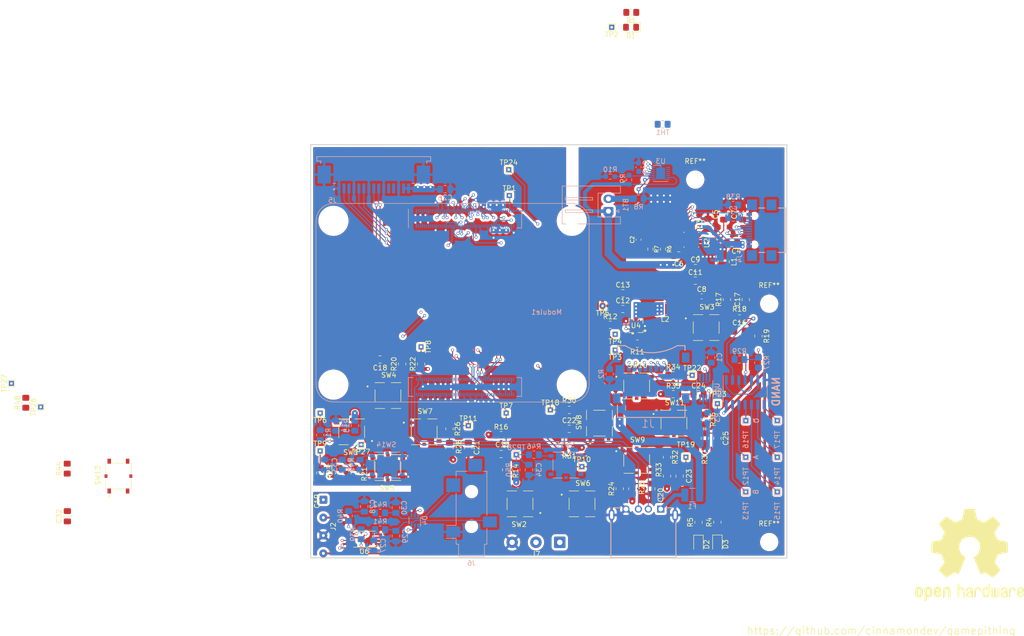
<source format=kicad_pcb>
(kicad_pcb (version 20211014) (generator pcbnew)
  (title_block (title "Main PCB (w/o Adaptor)") (rev "indev"))
  (layers (0 "F.Cu" signal) (1 "In1.Cu" signal) (2 "In2.Cu" signal) (31 "B.Cu" signal) (34 "B.Paste" user) (35 "F.Paste" user) (36 "B.SilkS" user "B.Silkscreen") (37 "F.SilkS" user "F.Silkscreen") (38 "B.Mask" user) (39 "F.Mask" user) (44 "Edge.Cuts" user))
  (net 0 "")
  (net 1 "GND")
  (net 2 "/IO/SD_PWR")
  (net 3 "Net-(C2-Pad1)")
  (net 4 "/Battery/CHRG-VBUS")
  (net 5 "Net-(C4-Pad1)")
  (net 6 "Net-(C4-Pad2)")
  (net 7 "Net-(C5-Pad1)")
  (net 8 "Net-(C8-Pad1)")
  (net 9 "Net-(C10-Pad1)")
  (net 10 "/_5v")
  (net 11 "/bi4")
  (net 12 "/bi0")
  (net 13 "/Buttons/DET_SHUTDOWN")
  (net 14 "Net-(C16-Pad2)")
  (net 15 "Net-(C17-Pad1)")
  (net 16 "/bi2")
  (net 17 "/bi3")
  (net 18 "/bi1")
  (net 19 "/bi5")
  (net 20 "/bi6")
  (net 21 "/bi8")
  (net 22 "/bi7")
  (net 23 "/bi9")
  (net 24 "Net-(D2-Pad1)")
  (net 25 "Net-(D3-Pad1)")
  (net 26 "/IO/SD_DAT2")
  (net 27 "/IO/SD_DAT3")
  (net 28 "/IO/SD_CMD")
  (net 29 "/IO/SD_CLK")
  (net 30 "/IO/SD_DAT0")
  (net 31 "/IO/SD_DAT1")
  (net 32 "Net-(J1-Pad9)")
  (net 33 "/IO B/D-")
  (net 34 "/IO B/D+")
  (net 36 "/Battery/CHRG-CC2")
  (net 37 "/Battery/CHRG-CC1")
  (net 39 "/Battery/CHRG-D-")
  (net 40 "/Battery/CHRG-D+")
  (net 41 "Net-(J4-PadS1)")
  (net 44 "Net-(L2-Pad2)")
  (net 59 "Net-(Module1-Pad21)")
  (net 67 "/IO/SPI0_CE1_N")
  (net 68 "/IO/SPIO_SCLK")
  (net 69 "/IO/SPI0_CE0_N")
  (net 70 "/IO/SPI0_MISO")
  (net 71 "/IO/SPI0_MOSI")
  (net 73 "/Battery/ALRT")
  (net 81 "/IO/SD_PWR_ON")
  (net 83 "/IO/I2C_SDA")
  (net 84 "/IO/I2C_SCLK")
  (net 85 "/IO/1v8")
  (net 91 "Net-(Module1-Pad95)")
  (net 94 "/Buttons/GLOBAL-EN")
  (net 134 "/IO B/DSI0_L0_DN1")
  (net 136 "/IO B/DSI0_L0_DP1")
  (net 138 "/IO B/DSI0_L1_DN1")
  (net 140 "/IO B/DSI0_L1_DP1")
  (net 142 "/IO B/DSI0_CN")
  (net 144 "/IO B/DSI0_CP")
  (net 164 "Net-(R4-Pad2)")
  (net 165 "Net-(R5-Pad2)")
  (net 166 "Net-(R6-Pad1)")
  (net 167 "Net-(R7-Pad1)")
  (net 168 "Net-(R10-Pad1)")
  (net 169 "Net-(R11-Pad2)")
  (net 170 "Net-(R12-Pad2)")
  (net 171 "Net-(R13-Pad1)")
  (net 172 "Net-(R14-Pad1)")
  (net 173 "Net-(R20-Pad1)")
  (net 174 "Net-(R21-Pad1)")
  (net 175 "Net-(R24-Pad1)")
  (net 176 "Net-(R26-Pad1)")
  (net 177 "Net-(R27-Pad1)")
  (net 178 "Net-(R30-Pad1)")
  (net 179 "Net-(R32-Pad1)")
  (net 180 "Net-(R34-Pad1)")
  (net 181 "Net-(R36-Pad1)")
  (net 182 "Net-(TH1-Pad1)")
  (net 183 "Net-(TP12-Pad1)")
  (net 184 "Net-(TP13-Pad1)")
  (net 185 "Net-(TP14-Pad1)")
  (net 186 "Net-(TP15-Pad1)")
  (net 187 "Net-(TP16-Pad1)")
  (net 188 "Net-(TP17-Pad1)")
  (net 196 "Net-(U5-Pad3)")
  (net 197 "/3v3")
  (net 198 "Net-(BT1-Pad2)")
  (net 199 "Net-(C29-Pad1)")
  (net 200 "Net-(C30-Pad1)")
  (net 201 "Net-(C27-Pad1)")
  (net 202 "Net-(C28-Pad1)")
  (net 203 "/IO/AUX_R")
  (net 204 "/IO/AUX_L")
  (net 205 "/Battery/BATT__")
  (net 206 "/BATT_S")
  (net 208 "/Buttons/SHOULDERL")
  (net 209 "/Buttons/SHOULDERR")
  (net 210 "/Buttons/SHOULDERL2")
  (net 211 "/Buttons/SHOULDERR2")
  (net 212 "Net-(F2-Pad1)")
  (net 213 "Net-(R44-Pad1)")
  (net 214 "Net-(R45-Pad1)")
  (net 215 "Net-(R46-Pad1)")
  (net 216 "Net-(D1-Pad1)")
  (net 217 "Net-(F1-Pad1)")
  (net 218 "Net-(J2-Pad2)")
  (net 219 "Net-(J2-Pad4)")
  (footprint "MountingHole:MountingHole_2.7mm_M2.5" (layer "F.Cu") (at 200.297 136.462)
    (fp_text reference "REF**")
    (fp_text value "MountingHole_2.7mm_M2.5")
  )
  (footprint "LED_SMD:LED_0805_2012Metric_Pad1.15x1.40mm_HandSolder" (layer "F.Cu") (at 172.47 32.785001 180)
    (fp_text reference "D1")
    (fp_text value "LED")
  )
  (footprint "Resistor_SMD:R_0805_2012Metric_Pad1.20x1.40mm_HandSolder" (layer "F.Cu") (at 130.175 100.6 90)
    (fp_text reference "R22")
    (fp_text value "10k")
  )
  (footprint "TestPoint:TestPoint_THTPad_1.0x1.0mm_Drill0.5mm" (layer "F.Cu") (at 53.565 109.26 90)
    (fp_text reference "TP26")
    (fp_text value "A")
  )
  (footprint "CM4IO:SW_PTS526_SMG15_SMTR2_LFS" (layer "F.Cu") (at 173.600008 120.019928)
    (fp_text reference "SW9")
    (fp_text value "SW_Push")
  )
  (footprint "Resistor_SMD:R_0805_2012Metric_Pad1.20x1.40mm_HandSolder" (layer "F.Cu") (at 172.515 29.790001 180)
    (fp_text reference "R1")
    (fp_text value "1k")
  )
  (footprint "Capacitor_SMD:C_0805_2012Metric_Pad1.18x1.45mm_HandSolder" (layer "F.Cu") (at 192.8 76.2 180)
    (fp_text reference "C4")
    (fp_text value "100n")
  )
  (footprint "Resistor_SMD:R_0805_2012Metric_Pad1.20x1.40mm_HandSolder" (layer "F.Cu") (at 50.565 108.41 90)
    (fp_text reference "R48")
    (fp_text value "10k")
  )
  (footprint "TestPoint:TestPoint_THTPad_1.0x1.0mm_Drill0.5mm" (layer "F.Cu") (at 166.74 88.9 180)
    (fp_text reference "TP5")
    (fp_text value "TestPoint_Flag")
  )
  (footprint "Inductor_SMD:L_1008_2520Metric_Pad1.43x2.20mm_HandSolder" (layer "F.Cu") (at 191.135 80.01 -90)
    (fp_text reference "L1")
    (fp_text value "0.47u")
  )
  (footprint "Capacitor_SMD:C_0805_2012Metric_Pad1.18x1.45mm_HandSolder" (layer "F.Cu") (at 109.855 122.555 -90)
    (fp_text reference "C19")
    (fp_text value "100n")
  )
  (footprint "Resistor_SMD:R_0805_2012Metric_Pad1.20x1.40mm_HandSolder" (layer "F.Cu") (at 189.865 132.47 90)
    (fp_text reference "R4")
    (fp_text value "1k")
  )
  (footprint "Resistor_SMD:R_0805_2012Metric_Pad1.20x1.40mm_HandSolder" (layer "F.Cu") (at 168.275 92.71)
    (fp_text reference "R12")
    (fp_text value "10k")
  )
  (footprint "CM4IO:IC_MAX77751FEFG+" (layer "F.Cu") (at 184.622491 75.565 -90)
    (fp_text reference "U2")
    (fp_text value "MAX77751")
  )
  (footprint "Resistor_SMD:R_0805_2012Metric_Pad1.20x1.40mm_HandSolder" (layer "F.Cu") (at 180.975 102.87)
    (fp_text reference "R34")
    (fp_text value "1k")
  )
  (footprint "TestPoint:TestPoint_THTPad_1.0x1.0mm_Drill0.5mm" (layer "F.Cu") (at 147.32 110.49)
    (fp_text reference "TP7")
    (fp_text value "SEL")
  )
  (footprint "Capacitor_SMD:C_0805_2012Metric_Pad1.18x1.45mm_HandSolder" (layer "F.Cu") (at 187.96 72.39 90)
    (fp_text reference "C3")
    (fp_text value "2.2u")
  )
  (footprint "Capacitor_SMD:C_0805_2012Metric_Pad1.18x1.45mm_HandSolder" (layer "F.Cu") (at 160.02 113.665)
    (fp_text reference "C22")
    (fp_text value "100nF")
  )
  (footprint "Capacitor_SMD:C_0805_2012Metric_Pad1.18x1.45mm_HandSolder" (layer "F.Cu") (at 176.53 125.73 -90)
    (fp_text reference "C20")
    (fp_text value "100n")
  )
  (footprint "Resistor_SMD:R_0805_2012Metric_Pad1.20x1.40mm_HandSolder" (layer "F.Cu") (at 146.304 114.935)
    (fp_text reference "R16")
    (fp_text value "10k")
  )
  (footprint "Resistor_SMD:R_0805_2012Metric_Pad1.20x1.40mm_HandSolder" (layer "F.Cu") (at 160.02 117.475 180)
    (fp_text reference "R31")
    (fp_text value "10k")
  )
  (footprint "CM4IO:SW_PTS526_SMG15_SMTR2_LFS" (layer "F.Cu") (at 187.600006 93.269994)
    (fp_text reference "SW3")
    (fp_text value "SW_Push")
  )
  (footprint "Resistor_SMD:R_0805_2012Metric_Pad1.20x1.40mm_HandSolder" (layer "F.Cu") (at 180.975 106.68)
    (fp_text reference "R35")
    (fp_text value "10k")
  )
  (footprint "Inductor_SMD:L_1008_2520Metric_Pad1.43x2.20mm_HandSolder" (layer "F.Cu") (at 179.324 89.535 180)
    (fp_text reference "L2")
    (fp_text value "1u")
  )
  (footprint "Symbol:OSHW-Logo2_24.3x20mm_SilkScreen" (layer "F.Cu") (at 240.665 139.065)
    (fp_text reference "REF**" hide)
    (fp_text value "OSHW-Logo2_24.3x20mm_SilkScreen" hide)
  )
  (footprint "TestPoint:TestPoint_THTPad_1.0x1.0mm_Drill0.5mm" (layer "F.Cu") (at 156.21 109.855)
    (fp_text reference "TP18")
    (fp_text value "A")
  )
  (footprint "Capacitor_SMD:C_0805_2012Metric_Pad1.18x1.45mm_HandSolder" (layer "F.Cu") (at 195.58 87.63 90)
    (fp_text reference "C17")
    (fp_text value "1u")
  )
  (footprint "Capacitor_SMD:C_0805_2012Metric_Pad1.18x1.45mm_HandSolder" (layer "F.Cu") (at 182.245 123.19 -90)
    (fp_text reference "C23")
    (fp_text value "100n")
  )
  (footprint "TestPoint:TestPoint_THTPad_1.0x1.0mm_Drill0.5mm" (layer "F.Cu") (at 168.575 32.780001 180)
    (fp_text reference "TP2")
    (fp_text value "TestPoint_Flag")
  )
  (footprint "Capacitor_SMD:C_0805_2012Metric_Pad1.18x1.45mm_HandSolder" (layer "F.Cu") (at 189.865 115.57 -90)
    (fp_text reference "C25")
    (fp_text value "100n")
  )
  (footprint "TestPoint:TestPoint_THTPad_1.0x1.0mm_Drill0.5mm" (layer "F.Cu") (at 162.56 121.285)
    (fp_text reference "TP10")
    (fp_text value "START")
  )
  (footprint "TestPoint:TestPoint_THTPad_1.0x1.0mm_Drill0.5mm" (layer "F.Cu") (at 189.865 108.585)
    (fp_text reference "TP23")
    (fp_text value "Y")
  )
  (footprint "Resistor_SMD:R_0805_2012Metric_Pad1.20x1.40mm_HandSolder" (layer "F.Cu") (at 135.89 117.475 90)
    (fp_text reference "R28")
    (fp_text value "10k")
  )
  (footprint "Resistor_SMD:R_0805_2012Metric_Pad1.20x1.40mm_HandSolder" (layer "F.Cu") (at 160.02 109.855 180)
    (fp_text reference "R30")
    (fp_text value "1k")
  )
  (footprint "Capacitor_SMD:C_0805_2012Metric_Pad1.18x1.45mm_HandSolder" (layer "F.Cu") (at 146.304 118.744999 180)
    (fp_text reference "C15")
    (fp_text value "100n")
  )
  (footprint "Resistor_SMD:R_0805_2012Metric_Pad1.20x1.40mm_HandSolder" (layer "F.Cu") (at 179.705 123.19 90)
    (fp_text reference "R33")
    (fp_text value "10k")
  )
  (footprint "Connector_Wire:SolderWire-0.1sqmm_1x04_P3.6mm_D0.4mm_OD1mm" (layer "F.Cu") (at 110.49 127.949999 -90)
    (fp_text reference "J2")
    (fp_text value "Conn_01x04_Female")
  )
  (footprint "CM4IO:SW_PTS526_SMG15_SMTR2_LFS" (layer "F.Cu") (at 116.199996 114.270003 180)
    (fp_text reference "SW1")
    (fp_text value "SW_Push")
  )
  (footprint "CM4IO:SW_PTS526_SMG15_SMTR2_LFS" (layer "F.Cu") (at 166.099998 112.519917 90)
    (fp_text reference "SW8")
    (fp_text value "SW_Push")
  )
  (footprint "MountingHole:MountingHole_2.7mm_M2.5" (layer "F.Cu") (at 185.4 63.47)
    (fp_text reference "REF**")
    (fp_text value "MountingHole_2.7mm_M2.5")
  )
  (footprint "CM4IO:SW_PTS526_SMG15_SMTR2_LFS" (layer "F.Cu") (at 130.799992 114.270003)
    (fp_text reference "SW7")
    (fp_text value "SW_Push")
  )
  (footprint "Resistor_SMD:R_0805_2012Metric_Pad1.20x1.40mm_HandSolder" (layer "F.Cu") (at 179.705 119.38 -90)
    (fp_text reference "R32")
    (fp_text value "1k")
  )
  (footprint "CM4IO:SW_PTS526_SMG15_SMTR2_LFS" (layer "F.Cu") (at 69.215 123.19 90)
    (fp_text reference "SW13")
    (fp_text value "SW_Push")
  )
  (footprint "Capacitor_SMD:C_0805_2012Metric_Pad1.18x1.45mm_HandSolder" (layer "F.Cu") (at 121.92 99.695 180)
    (fp_text reference "C18")
    (fp_text value "100n")
  )
  (footprint "LED_SMD:LED_0805_2012Metric_Pad1.15x1.40mm_HandSolder" (layer "F.Cu") (at 186.055 136.94 -90)
    (fp_text reference "D2")
    (fp_text value "LED")
  )
  (footprint "TestPoint:TestPoint_THTPad_1.0x1.0mm_Drill0.5mm" (layer "F.Cu") (at 109.855 110.49 180)
    (fp_text reference "TP6")
    (fp_text value "L")
  )
  (footprint "Resistor_SMD:R_0805_2012Metric_Pad1.20x1.40mm_HandSolder" (layer "F.Cu") (at 170.18 125.73 90)
    (fp_text reference "R24")
    (fp_text value "1k")
  )
  (footprint "Capacitor_SMD:C_0603_1608Metric_Pad1.08x0.95mm_HandSolder" (layer "F.Cu") (at 173.99 75.565 90)
    (fp_text reference "C2")
    (fp_text value "2.2u")
  )
  (footprint "Resistor_SMD:R_0805_2012Metric_Pad1.20x1.40mm_HandSolder" (layer "F.Cu") (at 198.12 94.98 -90)
    (fp_text reference "R19")
    (fp_text value "100k")
  )
  (footprint "Capacitor_SMD:C_0805_2012Metric_Pad1.18x1.45mm_HandSolder" (layer "F.Cu") (at 139.7 117.475 -90)
    (fp_text reference "C21")
    (fp_text value "100n")
  )
  (footprint "TestPoint:TestPoint_THTPad_1.0x1.0mm_Drill0.5mm" (layer "F.Cu") (at 109.855 118.11)
    (fp_text reference "TP9")
    (fp_text value "D")
  )
  (footprint "Resistor_SMD:R_0805_2012Metric_Pad1.20x1.40mm_HandSolder" (layer "F.Cu") (at 135.89 113.665 -90)
    (fp_text reference "R26")
    (fp_text value "1k")
  )
  (footprint "TestPoint:TestPoint_THTPad_1.0x1.0mm_Drill0.5mm" (layer "F.Cu") (at 118.11 116.84 180)
    (fp_text reference "TP27")
    (fp_text value "A")
  )
  (footprint "Resistor_SMD:R_0805_2012Metric_Pad1.20x1.40mm_HandSolder" (layer "F.Cu") (at 194.31 91.44)
    (fp_text reference "R18")
    (fp_text value "5M")
  )
  (footprint "Capacitor_SMD:C_0805_2012Metric_Pad1.18x1.45mm_HandSolder" (layer "F.Cu") (at 194.31 93.98)
    (fp_text reference "C16")
    (fp_text value "1u")
  )
  (footprint "Capacitor_SMD:C_0805_2012Metric_Pad1.18x1.45mm_HandSolder" (layer "F.Cu") (at 186.055 106.68)
    (fp_text reference "C24")
    (fp_text value "100n")
  )
  (footprint "Resistor_SMD:R_0805_2012Metric_Pad1.20x1.40mm_HandSolder" (layer "F.Cu") (at 147.320001 121.919999 90)
    (fp_text reference "R14")
    (fp_text value "1k")
  )
  (footprint "Capacitor_SMD:C_0805_2012Metric_Pad1.18x1.45mm_HandSolder" (layer "F.Cu") (at 191.135 70.485 90)
    (fp_text reference "C5")
    (fp_text value "C")
  )
  (footprint "Resistor_SMD:R_0603_1608Metric_Pad0.98x0.95mm_HandSolder" (layer "F.Cu") (at 178.9075 77.47 -90)
    (fp_text reference "R6")
    (fp_text value "R")
  )
  (footprint "Resistor_SMD:R_0805_2012Metric_Pad1.20x1.40mm_HandSolder" (layer "F.Cu") (at 191.77 87.63 90)
    (fp_text reference "R17")
    (fp_text value "100k")
  )
  (footprint "Resistor_SMD:R_0805_2012Metric_Pad1.20x1.40mm_HandSolder" (layer "F.Cu") (at 187.325 115.57 90)
    (fp_text reference "R37")
    (fp_text value "10k")
  )
  (footprint "Resistor_SMD:R_0805_2012Metric_Pad1.20x1.40mm_HandSolder" (layer "F.Cu") (at 126.365 100.6 90)
    (fp_text reference "R20")
    (fp_text value "1k")
  )
  (footprint "TestPoint:TestPoint_THTPad_1.0x1.0mm_Drill0.5mm" (layer "F.Cu") (at 169.275 94.615 180)
    (fp_text reference "TP4")
    (fp_text value "5VREG_EN")
  )
  (footprint "LED_SMD:LED_0805_2012Metric_Pad1.15x1.40mm_HandSolder" (layer "F.Cu") (at 189.865 136.915 -90)
    (fp_text reference "D3")
    (fp_text value "LED")
  )
  (footprint "Resistor_SMD:R_0805_2012Metric_Pad1.20x1.40mm_HandSolder" (layer "F.Cu") (at 187.325 111.76 -90)
    (fp_text reference "R36")
    (fp_text value "1k")
  )
  (footprint "TestPoint:TestPoint_THTPad_1.0x1.0mm_Drill0.5mm" (layer "F.Cu") (at 47.665 104.51 90)
    (fp_text reference "TP27")
    (fp_text value "A")
  )
  (footprint "Resistor_SMD:R_0805_2012Metric_Pad1.20x1.40mm_HandSolder" (layer "F.Cu") (at 116.84 122.555 90)
    (fp_text reference "R21")
    (fp_text value "1k")
  )
  (footprint "MountingHole:MountingHole_2.7mm_M2.5" (layer "F.Cu") (at 200.297 88.464)
    (fp_text reference "REF**")
    (fp_text value "MountingHole_2.7mm_M2.5")
  )
  (footprint "Capacitor_SMD:C_0805_2012Metric_Pad1.18x1.45mm_HandSolder" (layer "F.Cu") (at 194.945 70.485 90)
    (fp_text reference "C7")
    (fp_text value "C")
  )
  (footprint "TestPoint:TestPoint_THTPad_1.0x1.0mm_Drill0.5mm" (layer "F.Cu") (at 147.955 66.675)
    (fp_text reference "TP1")
    (fp_text value "TestPoint POWER PI")
  )
  (footprint "Resistor_SMD:R_0603_1608Metric_Pad0.98x0.95mm_HandSolder" (layer "F.Cu") (at 176.3675 77.47 -90)
    (fp_text reference "R7")
    (fp_text value "R")
  )
  (footprint "TestPoint:TestPoint_THTPad_1.0x1.0mm_Drill0.5mm" (layer "F.Cu") (at 183.515 119.38)
    (fp_text reference "TP19")
    (fp_text value "X")
  )
  (footprint "CM4IO:SW_PTS526_SMG15_SMTR2_LFS" (layer "F.Cu") (at 123.500007 106.969992)
    (fp_text reference "SW4")
    (fp_text value "SW_Push")
  )
  (footprint "CM4IO:MIC2877-AYFT-TR" (layer "F.Cu") (at 173.45 92.865 180)
    (fp_text reference "U4")
    (fp_text value "MIC2877")
  )
  (footprint "Connector_Wire:SolderWire-0.5sqmm_1x03_P4.8mm_D0.9mm_OD2.3mm" (layer "F.Cu") (at 158.115 136.525 180)
    (fp_text reference "J7")
    (fp_text value "Conn_01x03_Male")
  )
  (footprint "TestPoint:TestPoint_THTPad_1.0x1.0mm_Drill0.5mm" (layer "F.Cu") (at 169.275 97.79 180)
    (fp_text reference "TP3")
    (fp_text value "TP_PG")
  )
  (footprint "Package_SO:TSSOP-8_4.4x3mm_P0.65mm" (layer "F.Cu") (at 118.745 135.89 180)
    (fp_text reference "U6")
    (fp_text value "MCP3002")
  )
  (footprint "Resistor_SMD:R_0805_2012Metric_Pad1.20x1.40mm_HandSolder" (layer "F.Cu") (at 172.72 125.73 90)
    (fp_text reference "R25")
    (fp_text value "10k")
  )
  (footprint "Capacitor_SMD:C_0805_2012Metric_Pad1.18x1.45mm_HandSolder" (layer "F.Cu") (at 170.815 89.535)
    (fp_text reference "C12")
    (fp_text value "22u")
  )
  (footprint "CM4IO:SW_PTS526_SMG15_SMTR2_LFS" (layer "F.Cu") (at 150.100005 128.769923 180)
    (fp_text reference "SW2")
    (fp_text value "SW_Push")
  )
  (footprint "Capacitor_SMD:C_0603_1608Metric_Pad1.08x0.95mm_HandSolder" (layer "F.Cu") (at 186.69 86.995)
    (fp_text reference "C8")
    (fp_text value "2.2u")
  )
  (footprint "Capacitor_SMD:C_0805_2012Metric_Pad1.18x1.45mm_HandSolder" (layer "F.Cu") (at 185.42 83.82)
    (fp_text reference "C11")
    (fp_text value "22u")
  )
  (footprint "Capacitor_SMD:C_0805_2012Metric_Pad1.18x1.45mm_HandSolder" (layer "F.Cu") (at 185.42 81.28)
    (fp_text reference "C9")
    (fp_text value "22u")
  )
  (footprint "TestPoint:TestPoint_THTPad_1.0x1.0mm_Drill0.5mm" (layer "F.Cu") (at 130.175 97.155 -90)
    (fp_text reference "TP8")
    (fp_text value "U")
  )
  (footprint "Resistor_SMD:R_0805_2012Metric_Pad1.20x1.40mm_HandSolder" (layer "F.Cu") (at 173.736 96.52 180)
    (fp_text reference "R11")
    (fp_text value "1M")
  )
  (footprint "Resistor_SMD:R_0805_2012Metric_Pad1.20x1.40mm_HandSolder" (layer "F.Cu") (at 113.665 122.555 90)
    (fp_text reference "R23")
    (fp_text value "10k")
  )
  (footprint "Resistor_SMD:R_0805_2012Metric_Pad1.20x1.40mm_HandSolder" (layer "F.Cu") (at 186.055 132.495 90)
    (fp_text reference "R5")
    (fp_text value "1k")
  )
  (footprint "CM4IO:SW_PTS526_SMG15_SMTR2_LFS" (layer "F.Cu") (at 181.099993 112.519917)
    (fp_text reference "SW11")
    (fp_text value "SW_Push")
  )
  (footprint "TestPoint:TestPoint_THTPad_1.0x1.0mm_Drill0.5mm" (layer "F.Cu") (at 147.828 61.468)
    (fp_text reference "TP24")
    (fp_text value "TP-GLOBALEN")
  )
  (footprint "Capacitor_SMD:C_0805_2012Metric_Pad1.18x1.45mm_HandSolder" (layer "F.Cu") (at 182.0825 78.74 180)
    (fp_text reference "C6")
    (fp_text value "22u")
  )
  (footprint "Capacitor_SMD:C_0805_2012Metric_Pad1.18x1.45mm_HandSolder" (layer "F.Cu") (at 58.935 131.27 90)
    (fp_text reference "C32")
    (fp_text value "100nF")
  )
  (footprint "CM4IO:SW_PTS526_SMG15_SMTR2_LFS" (layer "F.Cu") (at 123.500007 121.469988 180)
    (fp_text reference "SW5")
    (fp_text value "SW_Push")
  )
  (footprint "CM4IO:SW_PTS526_SMG15_SMTR2_LFS" (layer "F.Cu") (at 162.600005 128.769923)
    (fp_text reference "SW6")
    (fp_text value "SW_Push")
  )
  (footprint "CM4IO:SW_PTS526_SMG15_SMTR2_LFS" (layer "F.Cu") (at 173.600008 105.019907)
    (fp_text reference "SW10")
    (fp_text value "SW_Push")
  )
  (footprint "Capacitor_SMD:C_0805_2012Metric_Pad1.18x1.45mm_HandSolder" (layer "F.Cu") (at 170.815 86.36)
    (fp_text reference "C13")
    (fp_text value "22u")
  )
  (footprint "TestPoint:TestPoint_THTPad_1.0x1.0mm_Drill0.5mm" (layer "F.Cu") (at 139.7 113.03)
    (fp_text reference "TP11")
    (fp_text value "R")
  )
  (footprint "TestPoint:TestPoint_THTPad_1.0x1.0mm_Drill0.5mm" (layer "F.Cu") (at 184.785 102.87)
    (fp_text reference "TP22")
    (fp_text value "B")
  )
  (footprint "Resistor_SMD:R_0805_2012Metric_Pad1.20x1.40mm_HandSolder" (layer "F.Cu") (at 58.905 121.68 90)
    (fp_text reference "R44")
    (fp_text value "1k")
  )
  (footprint "TestPoint:TestPoint_THTPad_1.0x1.0mm_Drill0.5mm" (layer "B.Cu") (at 201.93 119.38 -90)
    (fp_text reference "TP14")
    (fp_text value "A")
  )
  (footprint "CM4IO:SW_PTS526_SMG15_SMTR2_LFS" (layer "B.Cu") (at 123.349995 120.969913 180)
    (fp_text reference "SW14")
    (fp_text value "SW_Push")
  )
  (footprint "Connector_Audio:Jack_3.5mm_CUI_SJ-3524-SMT_Horizontal" (layer "B.Cu") (at 140.335 130.81)
    (fp_text reference "J6")
    (fp_text value "AudioJack3_Dual_Ground_Switch")
  )
  (footprint "TestPoint:TestPoint_THTPad_1.0x1.0mm_Drill0.5mm" (layer "B.Cu") (at 195.58 119.38 -90)
    (fp_text reference "TP12")
    (fp_text value "A")
  )
  (footprint "TestPoint:TestPoint_THTPad_1.0x1.0mm_Drill0.5mm" (layer "B.Cu") (at 195.58 126.365 -90)
    (fp_text reference "TP13")
    (fp_text value "B")
  )
  (footprint "Capacitor_SMD:C_0805_2012Metric_Pad1.18x1.45mm_HandSolder" (layer "B.Cu") (at 113.03 113.03 90)
    (fp_text reference "C14")
    (fp_text value "100n")
  )
  (footprint "Resistor_SMD:R_0805_2012Metric_Pad1.20x1.40mm_HandSolder" (layer "B.Cu") (at 116.84 113.03 -90)
    (fp_text reference "R15")
    (fp_text value "10k")
  )
  (footprint "Resistor_SMD:R_0805_2012Metric_Pad1.20x1.40mm_HandSolder" (layer "B.Cu") (at 168.148 102.616 -90)
    (fp_text reference "R2")
    (fp_text value "nc")
  )
  (footprint "Package_TO_SOT_SMD:SOT-363_SC-70-6" (layer "B.Cu") (at 128.905 132.095 90)
    (fp_text reference "D4")
    (fp_text value "BAV99S")
  )
  (footprint "Capacitor_SMD:C_0805_2012Metric_Pad1.18x1.45mm_HandSolder" (layer "B.Cu") (at 151.892 121.92 -90)
    (fp_text reference "C34")
    (fp_text value "100nF")
  )
  (footprint "Package_SO:MSOP-8_3x3mm_P0.65mm" (layer "B.Cu") (at 187.325 105.41 90)
    (fp_text reference "U1")
    (fp_text value "MIC2025-2YMM")
  )
  (footprint "Resistor_SMD:R_0603_1608Metric_Pad0.98x0.95mm_HandSolder" (layer "B.Cu") (at 168.275 62.865 180)
    (fp_text reference "R10")
    (fp_text value "400k")
  )
  (footprint "Capacitor_SMD:C_0805_2012Metric_Pad1.18x1.45mm_HandSolder" (layer "B.Cu") (at 135.0225 65.405)
    (fp_text reference "C26")
    (fp_text value "100n")
  )
  (footprint "Capacitor_SMD:C_0805_2012Metric_Pad1.18x1.45mm_HandSolder" (layer "B.Cu") (at 125.095 135.255 -90)
    (fp_text reference "C29")
    (fp_text value "C")
  )
  (footprint "Capacitor_SMD:C_0805_2012Metric_Pad1.18x1.45mm_HandSolder" (layer "B.Cu") (at 188.595 99.2925 90)
    (fp_text reference "C1")
    (fp_text value "10u")
  )
  (footprint "Resistor_SMD:R_0805_2012Metric_Pad1.20x1.40mm_HandSolder" (layer "B.Cu") (at 152.908 118.872 180)
    (fp_text reference "R46")
    (fp_text value "1k")
  )
  (footprint "Resistor_SMD:R_0805_2012Metric_Pad1.20x1.40mm_HandSolder" (layer "B.Cu") (at 193.04 68.58 180)
    (fp_text reference "R38")
    (fp_text value "nc")
  )
  (footprint "Capacitor_SMD:C_0805_2012Metric_Pad1.18x1.45mm_HandSolder" (layer "B.Cu") (at 110.744 120.904 -90)
    (fp_text reference "C33")
    (fp_text value "100nF")
  )
  (footprint "Resistor_SMD:R_0805_2012Metric_Pad1.20x1.40mm_HandSolder" (layer "B.Cu") (at 187.96 111.395 -90)
    (fp_text reference "R3")
    (fp_text value "10k")
  )
  (footprint "TestPoint:TestPoint_THTPad_1.0x1.0mm_Drill0.5mm" (layer "B.Cu") (at 201.93 126.365 -90)
    (fp_text reference "TP15")
    (fp_text value "B")
  )
  (footprint "Capacitor_SMD:C_0805_2012Metric_Pad1.18x1.45mm_HandSolder" (layer "B.Cu") (at 125.095 129.54 90)
    (fp_text reference "C30")
    (fp_text value "C")
  )
  (footprint "Fuse:Fuse_1210_3225Metric_Pad1.42x2.65mm_HandSolder" (layer "B.Cu") (at 184.785 127)
    (fp_text reference "F1")
    (fp_text value "Polyfuse")
  )
  (footprint "Resistor_SMD:R_0805_2012Metric_Pad1.20x1.40mm_HandSolder" (layer "B.Cu") (at 118.11 134.89 -90)
    (fp_text reference "R39")
    (fp_text value "R")
  )
  (footprint "Package_SO:SOIC-14_3.9x8.7mm_P1.27mm" (layer "B.Cu") (at 195.453 106.299 -90)
    (fp_text reference "U5")
    (fp_text value "74HC00")
  )
  (footprint "Resistor_SMD:R_0805_2012Metric_Pad1.20x1.40mm_HandSolder" (layer "B.Cu") (at 149.352 121.92 90)
    (fp_text reference "R50")
    (fp_text value "10k")
  )
  (footprint "Resistor_SMD:R_0805_2012Metric_Pad1.20x1.40mm_HandSolder" (layer "B.Cu") (at 117.856 120.904 -90)
    (fp_text reference "R45")
    (fp_text value "1k")
  )
  (footprint "TestPoint:TestPoint_THTPad_1.0x1.0mm_Drill0.5mm" (layer "B.Cu") (at 195.58 112.014 -90)
    (fp_text reference "TP16")
    (fp_text value "(A.B)' (0)")
  )
  (footprint "CM4IO:Raspberry-Pi-4-Compute-Module" (layer "B.Cu") (at 160.525 71.765 -90)
    (fp_text reference "Module1")
    (fp_text value "ComputeModule4-CM4")
  )
  (footprint "CM4IO:TE_1-84952-5" (layer "B.Cu") (at 120.65 65.245)
    (fp_text reference "J5")
    (fp_text value "1-84952-5")
  )
  (footprint "Resistor_SMD:R_0805_2012Metric_Pad1.20x1.40mm_HandSolder" (layer "B.Cu") (at 115.57 131.2125 -90)
    (fp_text reference "R40")
    (fp_text value "R")
  )
  (footprint "Resistor_SMD:R_0805_2012Metric_Pad1.20x1.40mm_HandSolder" (layer "B.Cu") (at 121.92 130.577499 180)
    (fp_text reference "R42")
    (fp_text value "R")
  )
  (footprint "Resistor_SMD:R_0805_2012Metric_Pad1.20x1.40mm_HandSolder" (layer "B.Cu") (at 114.3 120.904 90)
    (fp_text reference "R49")
    (fp_text value "10k")
  )
  (footprint "TestPoint:TestPoint_THTPad_1.0x1.0mm_Drill0.5mm" (layer "B.Cu") (at 149.352 118.872 180)
    (fp_text reference "TP28")
    (fp_text value "A")
  )
  (footprint "Fuse:Fuse_0805_2012Metric_Pad1.15x1.40mm_HandSolder" (layer "B.Cu") (at 193.04 71.12 180)
    (fp_text reference "F2")
    (fp_text value "Polyfuse")
  )
  (footprint "Resistor_SMD:R_0805_2012Metric_Pad1.20x1.40mm_HandSolder" (layer "B.Cu") (at 178.832 52.324)
    (fp_text reference "TH1")
    (fp_text value "10k 5%")
  )
  (footprint "Capacitor_SMD:C_0805_2012Metric_Pad1.18x1.45mm_HandSolder" (layer "B.Cu") (at 120.649999 137.16 -90)
    (fp_text reference "C27")
    (fp_text value "C")
  )
  (footprint "CM4IO:SW_PTS526_SMG15_SMTR2_LFS" (layer "B.Cu") (at 159.349999 120.969913 180)
    (fp_text reference "SW15")
    (fp_text value "SW_Push")
  )
  (footprint "Resistor_SMD:R_0805_2012Metric_Pad1.20x1.40mm_HandSolder" (layer "B.Cu") (at 109.855 114.935 90)
    (fp_text reference "R13")
    (fp_text value "1k")
  )
  (footprint "Connector_JST:JST_XH_S2B-XH-A_1x02_P2.50mm_Horizontal" (layer "B.Cu") (at 167.915 69.83 90)
    (fp_text reference "BT1")
    (fp_text value "Battery_Cell")
  )
  (footprint "Package_DFN_QFN:TDFN-14-1EP_3x3mm_P0.4mm_EP1.78x2.35mm" (layer "B.Cu") (at 178.435 62.23 180)
    (fp_text reference "U3")
    (fp_text value "MAX17261xxTD")
  )
  (footprint "CM4IO:GCT_USB4110-GF-A_REVB" (layer "B.Cu") (at 197.3275 73.66 -90)
    (fp_text reference "J4")
    (fp_text value "USB_C_Receptacle_USB2.0")
  )
  (footprint "Resistor_SMD:R_0805_2012Metric_Pad1.20x1.40mm_HandSolder" (layer "B.Cu") (at 121.92 133.984999 180)
    (fp_text reference "R41")
    (fp_text value "R")
  )
  (footprint "CM4IO:GCT_USB1125-GF-B_REVA" (layer "B.Cu") (at 174.95 131.0225 180)
    (fp_text reference "J3")
    (fp_text value "USB_A")
  )
  (footprint "Capacitor_SMD:C_0805_2012Metric_Pad1.18x1.45mm_HandSolder" (layer "B.Cu") (at 118.745 129.307499 90)
    (fp_text reference "C28")
    (fp_text value "C")
  )
  (footprint "Resistor_SMD:R_0805_2012Metric_Pad1.20x1.40mm_HandSolder" (layer "B.Cu") (at 173.99 67.31)
    (fp_text reference "R8")
    (fp_text value "R")
  )
  (footprint "CM4IO:GCT_MEM2067-02-180-00-A_REVB" (layer "B.Cu") (at 176.53 104.14)
    (fp_text reference "J1")
    (fp_text value "Micro_SD_Card")
  )
  (footprint "Resistor_SMD:R_0603_1608Metric_Pad0.98x0.95mm_HandSolder" (layer "B.Cu") (at 172.085 63.5 90)
    (fp_text reference "R9")
    (fp_text value "600k")
  )
  (footprint "Capacitor_SMD:C_0603_1608Metric_Pad1.08x0.95mm_HandSolder" (layer "B.Cu") (at 173.99 60.96 90)
    (fp_text reference "C10")
    (fp_text value "470n")
  )
  (footprint "TestPoint:TestPoint_THTPad_1.0x1.0mm_Drill0.5mm" (layer "B.Cu") (at 201.93 112.014001 -90)
    (fp_text reference "TP17")
    (fp_text value "(A.B)' (1)")
  )
  (footprint "Resistor_SMD:R_0805_2012Metric_Pad1.20x1.40mm_HandSolder" (layer "B.Cu") (at 198.12 100.33 90)
    (fp_text reference "R27")
    (fp_text value "2K7")
  )
  (footprint "Resistor_SMD:R_0805_2012Metric_Pad1.20x1.40mm_HandSolder" (layer "B.Cu") (at 194.31 99.695 180)
    (fp_text reference "R29")
    (fp_text value "10k")
  )
  (gr_line (start 172.72 139.7) (end 107.95 139.655) (layer "Edge.Cuts") (width 0.2))
  (gr_line (start 172.72 139.7) (end 203.85 139.7) (layer "Edge.Cuts") (width 0.2))
  (gr_line (start 203.85 56.47) (end 203.85 139.7) (layer "Edge.Cuts") (width 0.2))
  (gr_line (start 107.95 56.425) (end 203.85 56.47) (layer "Edge.Cuts") (width 0.2))
  (gr_line (start 107.95 139.655) (end 107.95 56.425) (layer "Edge.Cuts") (width 0.2))
  (gr_text "NAND" (at 201.676 106.172 90) (layer "B.SilkS") (effects (font (size 1.5 1.5) (thickness 0.3)) (justify mirror)))
  (gr_text "https://github.com/cinnamondev/gamepithing" (at 222.885 154.305) (layer "F.SilkS") (effects (font (size 1.524 1.524))))
  (segment (start 172.72 70.485) (end 176.53 66.675) (width 1.27) (layer "F.Cu") (net 1))
  (segment (start 194.945 67.31) (end 194.945 69.4475) (width 1.27) (layer "F.Cu") (net 1))
  (segment (start 172.72 71.755) (end 172.72 70.485) (width 1.27) (layer "F.Cu") (net 1))
  (segment (start 174.0165 74.676) (end 181.61 74.676) (width 0.762) (layer "F.Cu") (net 1))
  (segment (start 183.122491 74.965) (end 183.087491 74.93) (width 0.2) (layer "F.Cu") (net 1))
  (segment (start 173.110626 75.320626) (end 173.728752 74.7025) (width 1.27) (layer "F.Cu") (net 1))
  (segment (start 173.0375 77.7875) (end 172.72 77.47) (width 1.27) (layer "F.Cu") (net 1))
  (segment (start 172.72 76.2) (end 172.72 71.755) (width 1.27) (layer "F.Cu") (net 1))
  (segment (start 183.122491 75.365) (end 182.299 75.365) (width 0.2) (layer "F.Cu") (net 1))
  (segment (start 173.6325 78.3825) (end 174.625 78.3825) (width 1.27) (layer "F.Cu") (net 1))
  (segment (start 172.72 71.755) (end 176.53 67.945) (width 1.27) (layer "F.Cu") (net 1))
  (segment (start 172.72 77.47) (end 172.72 76.835) (width 1.27) (layer "F.Cu") (net 1))
  (segment (start 173.110626 75.320626) (end 172.72 75.711252) (width 1.27) (layer "F.Cu") (net 1))
  (segment (start 173.728752 74.7025) (end 173.99 74.7025) (width 1.27) (layer "F.Cu") (net 1))
  (segment (start 176.53 66.675) (end 177.8 66.675) (width 1.27) (layer "F.Cu") (net 1))
  (segment (start 183.087491 74.93) (end 181.864 74.93) (width 0.2) (layer "F.Cu") (net 1))
  (segment (start 180.6875 78.3825) (end 181.045 78.74) (width 1.27) (layer "F.Cu") (net 1))
  (segment (start 175.231 92.935) (end 175.26 92.964) (width 0.25) (layer "F.Cu") (net 1))
  (segment (start 172.72 76.835) (end 172.72 76.2) (width 1.27) (layer "F.Cu") (net 1))
  (segment (start 178.9075 78.3825) (end 180.6875 78.3825) (width 1.27) (layer "F.Cu") (net 1))
  (segment (start 178.9075 78.3825) (end 176.3675 78.3825) (width 1.27) (layer "F.Cu") (net 1))
  (segment (start 176.3675 78.3825) (end 174.625 78.3825) (width 1.27) (layer "F.Cu") (net 1))
  (segment (start 191.135 69.4475) (end 191.135 67.31) (width 1.27) (layer "F.Cu") (net 1))
  (segment (start 173.355 78.105) (end 173.0375 77.7875) (width 1.27) (layer "F.Cu") (net 1))
  (segment (start 177.8 67.945) (end 177.8 66.675) (width 1.27) (layer "F.Cu") (net 1))
  (segment (start 173.99 74.7025) (end 174.0165 74.676) (width 0.762) (layer "F.Cu") (net 1))
  (segment (start 176.53 67.945) (end 177.8 67.945) (width 1.27) (layer "F.Cu") (net 1))
  (segment (start 173.355 78.105) (end 173.6325 78.3825) (width 1.27) (layer "F.Cu") (net 1))
  (segment (start 191.135 67.31) (end 194.945 67.31) (width 1.27) (layer "F.Cu") (net 1))
  (segment (start 174.350001 92.935) (end 175.231 92.935) (width 0.25) (layer "F.Cu") (net 1))
  (segment (start 182.299 75.365) (end 181.864 74.93) (width 0.2) (layer "F.Cu") (net 1))
  (segment (start 172.72 75.711252) (end 172.72 76.2) (width 1.27) (layer "F.Cu") (net 1))
  (segment (start 181.61 74.676) (end 181.864 74.93) (width 0.762) (layer "F.Cu") (net 1))
  (via (at 134.1559 104.648) (size 0.6) (drill 0.4) (layers "F.Cu" "B.Cu") (net 1))
  (via (at 129.032 72.136) (size 0.6) (drill 0.4) (layers "F.Cu" "B.Cu") (net 1))
  (via (at 135.128 73.66) (size 0.6) (drill 0.4) (layers "F.Cu" "B.Cu") (net 1))
  (via (at 132.588 107.696) (size 0.6) (drill 0.4) (layers "F.Cu" "B.Cu") (net 1))
  (via (at 144.78 75.184) (size 0.6) (drill 0.4) (layers "F.Cu" "B.Cu") (net 1))
  (via (at 187.706 78.994) (size 0.6) (drill 0.4) (layers "F.Cu" "B.Cu") (net 1))
  (via (at 141.224 105.664) (size 0.6) (drill 0.4) (layers "F.Cu" "B.Cu") (net 1))
  (via (at 136.1879 105.664) (size 0.6) (drill 0.4) (layers "F.Cu" "B.Cu") (net 1))
  (via (at 186.055 78.994) (size 0.6) (drill 0.4) (layers "F.Cu" "B.Cu") (net 1))
  (via (at 131.572 104.648) (size 0.6) (drill 0.4) (layers "F.Cu" "B.Cu") (net 1))
  (via (at 176.53 67.945) (size 0.8) (drill 0.4) (layers "F.Cu" "B.Cu") (net 1))
  (via (at 191.135 67.31) (size 0.6) (drill 0.4) (layers "F.Cu" "B.Cu") (net 1))
  (via (at 194.945002 67.31) (size 0.6) (drill 0.4) (layers "F.Cu" "B.Cu") (net 1))
  (via (at 130.048 72.043098) (size 0.6) (drill 0.4) (layers "F.Cu" "B.Cu") (net 1))
  (via (at 145.796 105.664) (size 0.6) (drill 0.4) (layers "F.Cu" "B.Cu") (net 1))
  (via (at 145.796 104.648) (size 0.6) (drill 0.4) (layers "F.Cu" "B.Cu") (net 1))
  (via (at 142.779608 68.963098) (size 0.6) (drill 0.4) (layers "F.Cu" "B.Cu") (net 1))
  (via (at 135.0841 104.648) (size 0.6) (drill 0.4) (layers "F.Cu" "B.Cu") (net 1))
  (via (at 146.812 104.648) (size 0.6) (drill 0.4) (layers "F.Cu" "B.Cu") (net 1))
  (via (at 136.1879 107.696) (size 0.6) (drill 0.4) (layers "F.Cu" "B.Cu") (net 1))
  (via (at 129.54 133.985) (size 0.6) (drill 0.4) (layers "F.Cu" "B.Cu") (net 1))
  (via (at 131.064 70.612) (size 0.6) (drill 0.4) (layers "F.Cu" "B.Cu") (net 1))
  (via (at 193.675 67.31) (size 0.6) (drill 0.4) (layers "F.Cu" "B.Cu") (net 1))
  (via (at 133.096 73.66) (size 0.6) (drill 0.4) (layers "F.Cu" "B.Cu") (net 1))
  (via (at 141.2929 104.648) (size 0.6) (drill 0.4) (layers "F.Cu" "B.Cu") (net 1))
  (via (at 131.572 107.696) (size 0.6) (drill 0.4) (layers "F.Cu" "B.Cu") (net 1))
  (via (at 133.096 68.072) (size 0.6) (drill 0.4) (layers "F.Cu" "B.Cu") (net 1))
  (via (at 186.944 78.994) (size 0.6) (drill 0.4) (layers "F.Cu" "B.Cu") (net 1))
  (via (at 133.5601 107.696) (size 0.6) (drill 0.4) (layers "F.Cu" "B.Cu") (net 1))
  (via (at 177.8 67.945) (size 0.8) (drill 0.4) (layers "F.Cu" "B.Cu") (net 1))
  (via (at 144.78 108.204) (size 0.6) (drill 0.4) (layers "F.Cu" "B.Cu") (net 1))
  (via (at 141.0389 108.05007) (size 0.6) (drill 0.4) (layers "F.Cu" "B.Cu") (net 1))
  (via (at 176.53 66.675) (size 0.8) (drill 0.4) (layers "F.Cu" "B.Cu") (net 1))
  (via (at 137.668 68.58) (size 0.6) (drill 0.4) (layers "F.Cu" "B.Cu") (net 1))
  (via (at 189.23 78.994) (size 0.6) (drill 0.4) (layers "F.Cu" "B.Cu") (net 1))
  (via (at 142.211311 68.58) (size 0.6) (drill 0.4) (layers "F.Cu" "B.Cu") (net 1))
  (via (at 192.405 67.31) (size 0.6) (drill 0.4) (layers "F.Cu" "B.Cu") (net 1))
  (via (at 128.27 130.175) (size 0.6) (drill 0.4) (layers "F.Cu" "B.Cu") (net 1))
  (via (at 142.748 108.204) (size 0.6) (drill 0.4) (layers "F.Cu" "B.Cu") (net 1))
  (via (at 130.556 105.156) (size 0.6) (drill 0.4) (layers "F.Cu" "B.Cu") (net 1))
  (via (at 144.78 104.648) (size 0.6) (drill 0.4) (layers "F.Cu" "B.Cu") (net 1))
  (via (at 130.048 107.696) (size 0.6) (drill 0.4) (layers "F.Cu" "B.Cu") (net 1))
  (via (at 146.812 105.664) (size 0.6) (drill 0.4) (layers "F.Cu" "B.Cu") (net 1))
  (via (at 139.6311 108.204) (size 0.6) (drill 0.4) (layers "F.Cu" "B.Cu") (net 1))
  (via (at 175.26 92.964) (size 0.6) (drill 0.4) (layers "F.Cu" "B.Cu") (net 1))
  (via (at 131.581147 72.122705) (size 0.6) (drill 0.4) (layers "F.Cu" "B.Cu") (net 1))
  (via (at 136.1879 104.648) (size 0.6) (drill 0.4) (layers "F.Cu" "B.Cu") (net 1))
  (via (at 141.224 67.564) (size 0.6) (drill 0.4) (layers "F.Cu" "B.Cu") (net 1))
  (via (at 148.844 74.168) (size 0.6) (drill 0.4) (layers "F.Cu" "B.Cu") (net 1))
  (via (at 179.07 67.945) (size 0.8) (drill 0.4) (layers "F.Cu" "B.Cu") (net 1))
  (via (at 180.34 67.945) (size 0.8) (drill 0.4) (layers "F.Cu" "B.Cu") (net 1))
  (via (at 139.8851 104.49407) (size 0.6) (drill 0.4) (layers "F.Cu" "B.Cu") (net 1))
  (via (at 143.764 108.204) (size 0.6) (drill 0.4) (layers "F.Cu" "B.Cu") (net 1))
  (via (at 147.828 105.664) (size 0.6) (drill 0.4) (layers "F.Cu" "B.Cu") (net 1))
  (via (at 177.8 66.675) (size 0.8) (drill 0.4) (layers "F.Cu" "B.Cu") (net 1))
  (via (at 144.272 102.616) (size 0.6) (drill 0.4) (layers "F.Cu" "B.Cu") (net 1))
  (via (at 135.636 68.58) (size 0.6) (drill 0.4) (layers "F.Cu" "B.Cu") (net 1))
  (via (at 188.468 78.994) (size 0.6) (drill 0.4) (layers "F.Cu" "B.Cu") (net 1))
  (via (at 180.34 66.675) (size 0.8) (drill 0.4) (layers "F.Cu" "B.Cu") (net 1))
  (via (at 133.0521 104.648) (size 0.6) (drill 0.4) (layers "F.Cu" "B.Cu") (net 1))
  (via (at 130.048 70.612) (size 0.6) (drill 0.4) (layers "F.Cu" "B.Cu") (net 1))
  (via (at 179.07 66.675) (size 0.8) (drill 0.4) (layers "F.Cu" "B.Cu") (net 1))
  (via (at 147.828 104.648) (size 0.6) (drill 0.4) (layers "F.Cu" "B.Cu") (net 1))
  (via (at 129.032 70.612) (size 0.6) (drill 0.4) (layers "F.Cu" "B.Cu") (net 1))
  (via (at 141.732 108.204) (size 0.6) (drill 0.4) (layers "F.Cu" "B.Cu") (net 1))
  (via (at 139.194684 72.132391) (size 0.6) (drill 0.4) (layers "F.Cu" "B.Cu") (net 1))
  (via (at 135.0841 107.696) (size 0.6) (drill 0.4) (layers "F.Cu" "B.Cu") (net 1))
  (segment (start 142.425 107.881) (end 142.748 108.204) (width 0.2) (layer "B.Cu") (net 1))
  (segment (start 146.025 104.419) (end 145.796 104.648) (width 0.2) (layer "B.Cu") (net 1))
  (segment (start 147.225 106.765) (end 147.225 106.077) (width 0.2) (layer "B.Cu") (net 1))
  (segment (start 148.425 106.261) (end 147.828 105.664) (width 0.2) (layer "B.Cu") (net 1))
  (segment (start 133.625 69.765) (end 133.625 68.601) (width 0.2) (layer "B.Cu") (net 1))
  (segment (start 178.435 62.23) (end 178.435 62.424295) (width 0.2) (layer "B.Cu") (net 1))
  (segment (start 128.255 130.19) (end 128.27 130.175) (width 0.2) (layer "B.Cu") (net 1))
  (segment (start 148.425 104.238822) (end 148.015822 104.648) (width 0.2) (layer "B.Cu") (net 1))
  (segment (start 143.625 103.685) (end 143.625 103.263) (width 0.2) (layer "B.Cu") (net 1))
  (segment (start 141.225 106.765) (end 141.225 107.697) (width 0.2) (layer "B.Cu") (net 1))
  (segment (start 140.208 68.072) (end 140.716 67.564) (width 0.2) (layer "B.Cu") (net 1))
  (segment (start 142.025 73.398822) (end 143.810178 75.184) (width 0.2) (layer "B.Cu") (net 1))
  (segment (start 134.025 103.685) (end 134.025 104.5171) (width 0.2) (layer "B.Cu") (net 1))
  (segment (start 128.255 131.145) (end 128.255 130.19) (width 0.2) (layer "B.Cu") (net 1))
  (segment (start 135.225 103.685) (end 135.225 104.5071) (width 0.2) (layer "B.Cu") (net 1))
  (segment (start 140.208 68.58) (end 140.208 68.072) (width 0.2) (layer "B.Cu") (net 1))
  (segment (start 129.555011 133.969989) (end 129.54 133.985) (width 0.2) (layer "B.Cu") (net 1))
  (segment (start 147.225 103.685) (end 147.225 104.235) (width 0.2) (layer "B.Cu") (net 1))
  (segment (start 140.025 107.318822) (end 140.756248 108.05007) (width 0.2) (layer "B.Cu") (net 1))
  (segment (start 137.069822 72.136) (end 137.225 72.291178) (width 0.2) (layer "B.Cu") (net 1))
  (segment (start 137.625 68.623) (end 137.668 68.58) (width 0.2) (layer "B.Cu") (net 1))
  (segment (start 130.425 103.685) (end 130.425 105.025) (width 0.2) (layer "B.Cu") (net 1))
  (segment (start 140.025 104.35417) (end 139.8851 104.49407) (width 0.2) (layer "B.Cu") (net 1))
  (segment (start 142.97692 68.963098) (end 142.779608 68.963098) (width 0.2) (layer "B.Cu") (net 1))
  (segment (start 178.435 62.356979) (end 178.435 62.23) (width 0.2) (layer "B.Cu") (net 1))
  (segment (start 143.810178 75.184) (end 144.78 75.184) (width 0.2) (layer "B.Cu") (net 1))
  (segment (start 131.625 72.166558) (end 131.581147 72.122705) (width 0.2) (layer "B.Cu") (net 1))
  (segment (start 132.825 104.4209) (end 133.0521 104.648) (width 0.2) (layer "B.Cu") (net 1))
  (segment (start 129.225 72.329) (end 129.032 72.136) (width 0.2) (layer "B.Cu") (net 1))
  (segment (start 130.425 106.765) (end 130.425 107.319) (width 0.2) (layer "B.Cu") (net 1))
  (segment (start 135.225 104.5071) (end 135.0841 104.648) (width 0.2) (layer "B.Cu") (net 1))
  (segment (start 140.208 68.628178) (end 140.208 68.58) (width 0.2) (layer "B.Cu") (net 1))
  (segment (start 132.825 103.685) (end 132.825 104.4209) (width 0.2) (layer "B.Cu") (net 1))
  (segment (start 136.425 103.685) (end 136.425 104.4109) (width 0.2) (layer "B.Cu") (net 1))
  (segment (start 129.225 69.765) (end 129.225 70.419) (width 0.2) (layer "B.Cu") (net 1))
  (segment (start 140.825 72.291178) (end 140.666213 72.132391) (width 0.2) (layer "B.Cu") (net 1))
  (segment (start 134.025 106.765) (end 134.025 107.2311) (width 0.2) (layer "B.Cu") (net 1))
  (segment (start 141.225 107.697) (end 141.732 108.204) (width 0.2) (layer "B.Cu") (net 1))
  (segment (start 130.425 107.319) (end 130.048 107.696) (width 0.2) (layer "B.Cu") (net 1))
  (segment (start 131.625 103.685) (end 131.625 104.595) (width 0.2) (layer "B.Cu") (net 1))
  (segment (start 129.555011 133.044997) (end 129.555011 133.969989) (width 0.2) (layer "B.Cu") (net 1))
  (segment (start 136.425 106.765) (end 136.425 107.4589) (width 0.2) (layer "B.Cu") (net 1))
  (segment (start 139.625 69.211178) (end 140.208 68.628178) (width 0.2) (layer "B.Cu") (net 1))
  (segment (start 141.225 103.685) (end 141.225 104.5801) (width 0.2) (layer "B.Cu") (net 1))
  (segment (start 148.425 103.685) (end 148.425 104.238822) (width 0.2) (layer "B.Cu") (net 1))
  (segment (start 132.825 107.459) (end 132.588 107.696) (width 0.2) (layer "B.Cu") (net 1))
  (segment (start 187.000007 107.522493) (end 187.000007 108.909993) (width 0.2) (layer "B.Cu") (net 1))
  (segment (start 133.625 68.601) (end 133.096 68.072) (width 0.2) (layer "B.Cu") (net 1))
  (segment (start 131.625 69.765) (end 131.625 70.318822) (width 0.2) (layer "B.Cu") (net 1))
  (segment (start 146.025 103.685) (end 146.025 104.419) (width 0.2) (layer "B.Cu") (net 1))
  (segment (start 136.425 107.4589) (end 136.1879 107.696) (width 0.2) (layer "B.Cu") (net 1))
  (segment (start 137.625 69.765) (end 137.625 68.623) (width 0.2) (layer "B.Cu") (net 1))
  (segment (start 147.225 104.235) (end 146.812 104.648) (width 0.2) (layer "B.Cu") (net 1))
  (segment (start 135.625 68.591) (end 135.636 68.58) (width 0.2) (layer "B.Cu") (net 1))
  (segment (start 144.825 108.159) (end 144.78 108.204) (width 0.2) (layer "B.Cu") (net 1))
  (segment (start 142.025 68.766311) (end 142.211311 68.58) (width 0.2) (layer "B.Cu") (net 1))
  (segment (start 144.825 106.765) (end 144.825 108.159) (width 0.2) (layer "B.Cu") (net 1))
  (segment (start 143.225 69.765) (end 143.225 69.211178) (width 0.2) (layer "B.Cu") (net 1))
  (segment (start 130.425 70.235) (end 130.048 70.612) (width 0.2) (layer "B.Cu") (net 1))
  (segment (start 130.425 72.845) (end 130.425 72.420098) (width 0.2) (layer "B.Cu") (net 1))
  (segment (start 142.425 106.765) (end 142.425 107.881) (width 0.2) (layer "B.Cu") (net 1))
  (segment (start 137.225 72.291178) (end 137.225 72.845) (width 0.2) (layer "B.Cu") (net 1))
  (segment (start 130.425 72.420098) (end 130.048 72.043098) (width 0.2) (layer "B.Cu") (net 1))
  (segment (start 146.025 105.893) (end 145.796 105.664) (width 0.2) (layer "B.Cu") (net 1))
  (segment (start 137.625 106.765) (end 137.625 106.211178) (width 0.2) (layer "B.Cu") (net 1))
  (segment (start 130.425 69.765) (end 130.425 70.235) (width 0.2) (layer "B.Cu") (net 1))
  (segment (start 177.361979 63.43) (end 178.435 62.356979) (width 0.2) (layer "B.Cu") (net 1))
  (segment (start 131.331822 70.612) (end 131.064 70.612) (width 0.2) (layer "B.Cu") (net 1))
  (segment (start 131.625 72.845) (end 131.625 72.166558) (width 0.2) (layer "B.Cu") (net 1))
  (segment (start 143.625 75.045) (end 143.764 75.184) (width 0.2) (layer "B.Cu") (net 1))
  (segment (start 135.225 72.845) (end 135.225 73.563) (width 0.2) (layer "B.Cu") (net 1))
  (segment (start 141.225 104.5801) (end 141.2929 104.648) (width 0.2) (layer "B.Cu") (net 1))
  (segment (start 131.625 106.765) (end 131.625 107.643) (width 0.2) (layer "B.Cu") (net 1))
  (segment (start 133.225 72.845) (end 133.225 73.531) (width 0.2) (layer "B.Cu") (net 1))
  (segment (start 140.825 69.245178) (end 140.825 69.765) (width 0.2) (layer "B.Cu") (net 1))
  (segment (start 134.025 107.2311) (end 133.5601 107.696) (width 0.2) (layer "B.Cu") (net 1))
  (segment (start 129.225 70.419) (end 129.032 70.612) (width 0.2) (layer "B.Cu") (net 1))
  (segment (start 144.825 104.603) (end 144.78 104.648) (width 0.2) (layer "B.Cu") (net 1))
  (segment (start 131.625 104.595) (end 131.572 104.648) (width 0.2) (layer "B.Cu") (net 1))
  (segment (start 135.380178 72.136) (end 137.069822 72.136) (width 0.2) (layer "B.Cu") (net 1))
  (segment (start 135.225 72.845) (end 135.225 72.291178) (width 0.2) (layer "B.Cu") (net 1))
  (segment (start 139.225 72.162707) (end 139.194684 72.132391) (width 0.2) (layer "B.Cu") (net 1))
  (segment (start 143.625 108.065) (end 143.764 108.204) (width 0.2) (layer "B.Cu") (net 1))
  (segment (start 142.425 104.238822) (end 142.425 104.463) (width 0.2) (layer "B.Cu") (net 1))
  (segment (start 137.625 106.211178) (end 137.077822 105.664) (width 0.2) (layer "B.Cu") (net 1))
  (segment (start 131.625 70.318822) (end 131.331822 70.612) (width 0.2) (layer "B.Cu") (net 1))
  (segment (start 142.425 104.463) (end 141.224 105.664) (width 0.2) (layer "B.Cu") (net 1))
  (segment (start 143.625 106.765) (end 143.625 108.065) (width 0.2) (layer "B.Cu") (net 1))
  (segment (start 143.625 72.845) (end 143.625 75.045) (width 0.2) (layer "B.Cu") (net 1))
  (segment (start 140.716 67.564) (end 141.224 67.564) (width 0.2) (layer "B.Cu") (net 1))
  (segment (start 142.025 69.765) (end 142.025 68.766311) (width 0.2) (layer "B.Cu") (net 1))
  (segment (start 132.825 106.765) (end 132.825 107.459) (width 0.2) (layer "B.Cu") (net 1))
  (segment (start 129.225 72.845) (end 129.225 72.329) (width 0.2) (layer "B.Cu") (net 1))
  (segment (start 142.025 72.845) (end 142.025 73.398822) (width 0.2) (layer "B.Cu") (net 1))
  (segment (start 133.225 73.531) (end 133.096 73.66) (width 0.2) (layer "B.Cu") (net 1))
  (segment (start 140.825 72.845) (end 140.825 72.291178) (width 0.2) (layer "B.Cu") (net 1))
  (segment (start 134.025 104.5171) (end 134.1559 104.648) (width 0.2) (layer "B.Cu") (net 1))
  (segment (start 137.077822 105.664) (end 136.1879 105.664) (width 0.2) (layer "B.Cu") (net 1))
  (segment (start 140.756248 108.05007) (end 141.0389 108.05007) (width 0.2) (layer "B.Cu") (net 1))
  (segment (start 138.825 106.765) (end 138.825 107.3979) (width 0.2) (layer "B.Cu") (net 1))
  (segment (start 142.425 103.685) (end 142.425 104.238822) (width 0.2) (layer "B.Cu") (net 1))
  (segment (start 130.425 105.025) (end 130.556 105.156) (width 0.2) (layer "B.Cu") (net 1))
  (segment (start 179.440705 63.43) (end 179.9225 63.43) (width 0.2) (layer "B.Cu") (net 1))
  (segment (start 136.425 104.4109) (end 136.1879 104.648) (width 0.2) (layer "B.Cu") (net 1))
  (segment (start 135.625 69.765) (end 135.625 68.591) (width 0.2) (layer "B.Cu") (net 1))
  (segment (start 148.015822 104.648) (end 147.828 104.648) (width 0.2) (layer "B.Cu") (net 1))
  (segment (start 140.208 68.628178) (end 140.825 69.245178) (width 0.2) (layer "B.Cu") (net 1))
  (segment (start 135.225 106.765) (end 135.225 107.5551) (width 0.2) (layer "B.Cu") (net 1))
  (segment (start 131.625 107.643) (end 131.572 107.696) (width 0.2) (layer "B.Cu") (net 1))
  (segment (start 148.425 73.749) (end 148.844 74.168) (width 0.2) (layer "B.Cu") (net 1))
  (segment (start 144.825 103.685) (end 144.825 104.603) (width 0.2) (layer "B.Cu") (net 1))
  (segment (start 140.025 106.765) (end 140.025 107.318822) (width 0.2) (layer "B.Cu") (net 1))
  (segment (start 143.625 103.263) (end 144.272 102.616) (width 0.2) (layer "B.Cu") (net 1))
  (segment (start 135.225 73.563) (end 135.128 73.66) (width 0.2) (layer "B.Cu") (net 1))
  (segment (start 176.9475 63.43) (end 177.361979 63.43) (width 0.2) (layer "B.Cu") (net 1))
  (segment (start 148.425 72.845) (end 148.425 73.749) (width 0.2) (layer "B.Cu") (net 1))
  (segment (start 143.225 69.211178) (end 142.97692 68.963098) (width 0.2) (layer "B.Cu") (net 1))
  (segment (start 135.225 72.291178) (end 135.380178 72.136) (width 0.2) (layer "B.Cu") (net 1))
  (segment (start 135.225 107.5551) (end 135.0841 107.696) (width 0.2) (layer "B.Cu") (net 1))
  (segment (start 140.025 103.685) (end 140.025 104.35417) (width 0.2) (layer "B.Cu") (net 1))
  (segment (start 139.625 69.765) (end 139.625 69.211178) (width 0.2) (layer "B.Cu") (net 1))
  (segment (start 146.025 106.765) (end 146.025 105.893) (width 0.2) (layer "B.Cu") (net 1))
  (segment (start 138.825 107.3979) (end 139.6311 108.204) (width 0.2) (layer "B.Cu") (net 1))
  (segment (start 147.225 106.077) (end 146.812 105.664) (width 0.2) (layer "B.Cu") (net 1))
  (segment (start 148.425 106.765) (end 148.425 106.261) (width 0.2) (layer "B.Cu") (net 1))
  (segment (start 139.225 72.845) (end 139.225 72.162707) (width 0.2) (layer "B.Cu") (net 1))
  (segment (start 140.666213 72.132391) (end 139.194684 72.132391) (width 0.2) (layer "B.Cu") (net 1))
  (segment (start 178.435 62.424295) (end 179.440705 63.43) (width 0.2) (layer "B.Cu") (net 1))
  (segment (start 186.91192 104.36192) (end 178.50192 104.36192) (width 0.2) (layer "B.Cu") (net 2))
  (segment (start 176.455 101.515) (end 176.455 101.035507) (width 0.2) (layer "B.Cu") (net 2))
  (segment (start 176.455 102.315) (end 176.455 101.515) (width 0.2) (layer "B.Cu") (net 2))
  (segment (start 188.3 103.95769) (end 187.89577 104.36192) (width 0.2) (layer "B.Cu") (net 2))
  (segment (start 188.3 100.625) (end 188.595 100.33) (width 0.2) (layer "B.Cu") (net 2))
  (segment (start 187.89577 104.36192) (end 186.91192 104.36192) (width 0.2) (layer "B.Cu") (net 2))
  (segment (start 187 104.27384) (end 186.91192 104.36192) (width 0.2) (layer "B.Cu") (net 2))
  (segment (start 188.3 103.2975) (end 188.3 103.95769) (width 0.2) (layer "B.Cu") (net 2))
  (segment (start 188.3 103.2975) (end 188.3 100.625) (width 0.2) (layer "B.Cu") (net 2))
  (segment (start 178.50192 104.36192) (end 176.455 102.315) (width 0.2) (layer "B.Cu") (net 2))
  (segment (start 187 103.2975) (end 187 104.27384) (width 0.2) (layer "B.Cu") (net 2))
  (segment (start 180.083911 75.308911) (end 180.54 75.765) (width 0.2) (layer "F.Cu") (net 3))
  (segment (start 173.99 76.4275) (end 175.108589 75.308911) (width 0.2) (layer "F.Cu") (net 3))
  (segment (start 180.54 75.765) (end 183.122491 75.765) (width 0.2) (layer "F.Cu") (net 3))
  (segment (start 175.108589 75.308911) (end 180.083911 75.308911) (width 0.2) (layer "F.Cu") (net 3))
  (segment (start 187.96 73.4275) (end 187.459991 73.4275) (width 0.508) (layer "F.Cu") (net 4))
  (segment (start 187.459991 73.4275) (end 186.122491 74.765) (width 0.508) (layer "F.Cu") (net 4))
  (segment (start 186.055 73.025) (end 186.69 73.025) (width 0.762) (layer "F.Cu") (net 5))
  (segment (start 185.622491 74.065) (end 185.622491 73.457509) (width 0.2) (layer "F.Cu") (net 5))
  (segment (start 194.945 76.2) (end 193.8375 76.2) (width 0.762) (layer "F.Cu") (net 5))
  (segment (start 185.622491 73.457509) (end 186.055 73.025) (width 0.2) (layer "F.Cu") (net 5))
  (via (at 194.945 76.962) (size 0.6) (drill 0.4) (layers "F.Cu" "B.Cu") (net 5))
  (via (at 186.055 73.025) (size 0.6) (drill 0.4) (layers "F.Cu" "B.Cu") (net 5))
  (via (at 186.69 73.025) (size 0.6) (drill 0.4) (layers "F.Cu" "B.Cu") (net 5))
  (via (at 194.945 76.2) (size 0.6) (drill 0.4) (layers "F.Cu" "B.Cu") (net 5))
  (segment (start 186.69 73.025) (end 187.96 73.025) (width 0.762) (layer "B.Cu") (net 5))
  (segment (start 191.135 76.2) (end 194.945 76.2) (width 0.762) (layer "B.Cu") (net 5))
  (segment (start 187.96 73.025) (end 191.135 76.2) (width 0.762) (layer "B.Cu") (net 5))
  (segment (start 191.135 76.2) (end 191.77 76.835) (width 0.762) (layer "B.Cu") (net 5))
  (segment (start 191.77 76.835) (end 194.818 76.835) (width 0.762) (layer "B.Cu") (net 5))
  (segment (start 194.945 76.962) (end 194.945 76.2) (width 0.762) (layer "B.Cu") (net 5))
  (segment (start 194.818 76.835) (end 194.945 76.962) (width 0.762) (layer "B.Cu") (net 5))
  (segment (start 187.725 75.965) (end 187.96 76.2) (width 0.635) (layer "F.Cu") (net 6))
  (segment (start 190.5 77.47) (end 191.239579 77.47) (width 0.762) (layer "F.Cu") (net 6))
  (segment (start 186.122491 75.965) (end 187.725 75.965) (width 0.635) (layer "F.Cu") (net 6))
  (segment (start 191.135 78.8475) (end 191.135 76.8275) (width 1.27) (layer "F.Cu") (net 6))
  (segment (start 187.09 75.965) (end 187.325 76.2) (width 0.635) (layer "F.Cu") (net 6))
  (segment (start 191.239579 77.47) (end 191.272789 77.50321) (width 0.762) (layer "F.Cu") (net 6))
  (segment (start 191.135 76.8275) (end 191.7625 76.2) (width 1.27) (layer "F.Cu") (net 6))
  (via (at 187.325 76.2) (size 0.6) (drill 0.4) (layers "F.Cu" "B.Cu") (net 6))
  (via (at 191.272789 77.50321) (size 0.6) (drill 0.4) (layers "F.Cu" "B.Cu") (net 6))
  (via (at 190.5 77.47) (size 0.6) (drill 0.4) (layers "F.Cu" "B.Cu") (net 6))
  (via (at 187.96 76.2) (size 0.6) (drill 0.4) (layers "F.Cu" "B.Cu") (net 6))
  (segment (start 186.48583 75.365) (end 186.60333 75.2475) (width 0.2) (layer "F.Cu") (net 7))
  (segment (start 186.60333 75.2475) (end 189.5475 75.2475) (width 0.2) (layer "F.Cu") (net 7))
  (segment (start 189.5475 75.2475) (end 191.135 73.66) (width 0.2) (layer "F.Cu") (net 7))
  (segment (start 186.122491 75.365) (end 186.48583 75.365) (width 0.2) (layer "F.Cu") (net 7))
  (segment (start 191.135 71.5225) (end 191.135 73.66) (width 0.2) (layer "F.Cu") (net 7))
  (segment (start 185.222491 77.065) (end 185.222491 86.389991) (width 0.2) (layer "F.Cu") (net 8))
  (segment (start 185.222491 86.389991) (end 185.8275 86.995) (width 0.2) (layer "F.Cu") (net 8))
  (segment (start 175.850606 62.381901) (end 175.393394 62.381901) (width 0.2) (layer "B.Cu") (net 9))
  (segment (start 176.9475 62.23) (end 176.002507 62.23) (width 0.2) (layer "B.Cu") (net 9))
  (segment (start 174.833993 61.8225) (end 173.99 61.8225) (width 0.2) (layer "B.Cu") (net 9))
  (segment (start 175.393394 62.381901) (end 174.833993 61.8225) (width 0.2) (layer "B.Cu") (net 9))
  (segment (start 176.002507 62.23) (end 175.850606 62.381901) (width 0.2) (layer "B.Cu") (net 9))
  (segment (start 147.955 68.58) (end 146.685 68.58) (width 1.27) (layer "F.Cu") (net 10))
  (segment (start 170.18 109.22) (end 165.227 104.267) (width 1.524) (layer "F.Cu") (net 10))
  (segment (start 172.549999 93.584999) (end 171.562999 93.584999) (width 0.2) (layer "F.Cu") (net 10))
  (segment (start 165.227 77.597) (end 164.211 76.581) (width 1.524) (layer "F.Cu") (net 10))
  (segment (start 165.227 104.267) (end 165.227 91.567) (width 1.524) (layer "F.Cu") (net 10))
  (segment (start 170.18 113.03) (end 170.18 111.76) (width 1.524) (layer "F.Cu") (net 10))
  (segment (start 145.415 68.58) (end 147.955 68.58) (width 1.27) (layer "F.Cu") (net 10))
  (segment (start 163.079521 75.449521) (end 154.824521 75.449521) (width 1.27) (layer "F.Cu") (net 10))
  (segment (start 145.415 68.58) (end 144.1619 68.58) (width 1.27) (layer "F.Cu") (net 10))
  (segment (start 154.824521 75.449521) (end 147.955 68.58) (width 1.27) (layer "F.Cu") (net 10))
  (segment (start 164.211 76.581) (end 163.079521 75.449521) (width 1.27) (layer "F.Cu") (net 10))
  (segment (start 165.227 91.567) (end 165.227 77.597) (width 1.524) (layer "F.Cu") (net 10))
  (segment (start 171.562999 93.584999) (end 171.45 93.472) (width 0.2) (layer "F.Cu") (net 10))
  (segment (start 170.18 111.76) (end 170.18 109.22) (width 1.524) (layer "F.Cu") (net 10))
  (segment (start 165.227 91.567) (end 165.227 89.281) (width 1.524) (layer "F.Cu") (net 10))
  (via (at 146.685 68.58) (size 0.8) (drill 0.4) (layers "F.Cu" "B.Cu") (net 10))
  (via (at 171.45 91.948) (size 0.6) (drill 0.4) (layers "F.Cu" "B.Cu") (net 10))
  (via (at 144.1619 68.58) (size 0.8) (drill 0.4) (layers "F.Cu" "B.Cu") (net 10))
  (via (at 170.18 113.03) (size 0.8) (drill 0.4) (layers "F.Cu" "B.Cu") (net 10))
  (via (at 145.415 68.58) (size 0.8) (drill 0.4) (layers "F.Cu" "B.Cu") (net 10))
  (via (at 170.18 111.76) (size 0.6) (drill 0.4) (layers "F.Cu" "B.Cu") (net 10))
  (via (at 171.45 93.472) (size 0.6) (drill 0.4) (layers "F.Cu" "B.Cu") (net 10))
  (segment (start 183.167822 116.205) (end 173.355 116.205) (width 1.524) (layer "B.Cu") (net 10))
  (segment (start 173.355 116.205) (end 170.18 113.03) (width 1.524) (layer "B.Cu") (net 10))
  (segment (start 171.45 93.472) (end 171.45 91.948) (width 0.2) (layer "B.Cu") (net 10))
  (segment (start 186.2725 119.309678) (end 183.167822 116.205) (width 1.524) (layer "B.Cu") (net 10))
  (segment (start 186.2725 127) (end 186.2725 119.309678) (width 1.524) (layer "B.Cu") (net 10))
  (segment (start 170.18 113.03) (end 170.18 111.76) (width 1.524) (layer "B.Cu") (net 10))
  (via (at 126.492 94.996) (size 0.6) (drill 0.4) (layers "F.Cu" "B.Cu") (net 11))
  (via (at 134.6639 71.124877) (size 0.6) (drill 0.4) (layers "F.Cu" "B.Cu") (net 11))
  (via (at 130.874548 90.869548) (size 0.6) (drill 0.4) (layers "F.Cu" "B.Cu") (net 11))
  (segment (start 109.95 114.03) (end 109.855 113.935) (width 0.2) (layer "B.Cu") (net 11))
  (segment (start 134.825 70.963777) (end 134.6639 71.124877) (width 0.2) (layer "B.Cu") (net 11))
  (segment (start 116.84 114.03) (end 109.95 114.03) (width 0.2) (layer "B.Cu") (net 11))
  (segment (start 130.874548 90.869548) (end 126.748096 94.996) (width 0.2) (layer "B.Cu") (net 11))
  (segment (start 126.748096 94.996) (end 126.492 94.996) (width 0.2) (layer "B.Cu") (net 11))
  (segment (start 134.825 69.765) (end 134.825 70.963777) (width 0.2) (layer "B.Cu") (net 11))
  (segment (start 109.855 113.935) (end 109.855 110.49) (width 0.2) (layer "B.Cu") (net 11))
  (segment (start 147.320001 120.919999) (end 147.32 110.49) (width 0.2) (layer "F.Cu") (net 12))
  (segment (start 147.32 109.855) (end 139.7 102.235) (width 0.2) (layer "F.Cu") (net 12))
  (segment (start 147.32 110.49) (end 147.32 109.855) (width 0.2) (layer "F.Cu") (net 12))
  (segment (start 139.7 102.235) (end 139.7 101.454494) (width 0.2) (layer "F.Cu") (net 12))
  (segment (start 139.7 101.454494) (end 137.232753 98.987247) (width 0.2) (layer "F.Cu") (net 12))
  (via (at 137.232753 98.987247) (size 0.6) (drill 0.4) (layers "F.Cu" "B.Cu") (net 12))
  (via (at 138.992247 68.507247) (size 0.6) (drill 0.4) (layers "F.Cu" "B.Cu") (net 12))
  (segment (start 138.825 68.674494) (end 138.992247 68.507247) (width 0.2) (layer "B.Cu") (net 12))
  (segment (start 138.825 69.765) (end 138.825 68.674494) (width 0.2) (layer "B.Cu") (net 12))
  (segment (start 191.77 91.44) (end 191.77 92.4775) (width 0.2) (layer "F.Cu") (net 13))
  (segment (start 191.77 90.805) (end 191.77 91.44) (width 0.2) (layer "F.Cu") (net 13))
  (segment (start 192.405 91.44) (end 191.77 90.805) (width 0.2) (layer "F.Cu") (net 13))
  (segment (start 190.600006 91.419994) (end 191.749994 91.419994) (width 0.2) (layer "F.Cu") (net 13))
  (segment (start 191.77 92.4775) (end 193.2725 93.98) (width 0.2) (layer "F.Cu") (net 13))
  (segment (start 191.749994 91.419994) (end 191.77 91.44) (width 0.2) (layer "F.Cu") (net 13))
  (segment (start 191.77 88.63) (end 191.77 90.805) (width 0.2) (layer "F.Cu") (net 13))
  (segment (start 193.31 91.44) (end 192.405 91.44) (width 0.2) (layer "F.Cu") (net 13))
  (segment (start 195.58 94.2125) (end 195.3475 93.98) (width 0.2) (layer "F.Cu") (net 14))
  (segment (start 195.58 102.235) (end 195.58 94.2125) (width 0.2) (layer "F.Cu") (net 14))
  (segment (start 195.3475 93.98) (end 198.12 93.98) (width 0.2) (layer "F.Cu") (net 14))
  (via (at 195.58 102.235) (size 0.6) (drill 0.4) (layers "F.Cu" "B.Cu") (net 14))
  (segment (start 195.453 102.362) (end 195.58 102.235) (width 0.2) (layer "B.Cu") (net 14))
  (segment (start 195.453 103.824) (end 195.453 102.362) (width 0.2) (layer "B.Cu") (net 14))
  (segment (start 195.58 91.17) (end 195.31 91.44) (width 0.2) (layer "F.Cu") (net 15))
  (segment (start 195.58 88.6675) (end 195.58 91.17) (width 0.2) (layer "F.Cu") (net 15))
  (segment (start 195.31 91.44) (end 197.104 91.44) (width 0.2) (layer "F.Cu") (net 15))
  (via (at 197.104 91.44) (size 0.8) (drill 0.4) (layers "F.Cu" "B.Cu") (net 15))
  (segment (start 192.913 101.473) (end 192.913 103.824) (width 0.2) (layer "B.Cu") (net 15))
  (segment (start 191.77 96.52) (end 191.77 100.33) (width 0.2) (layer "B.Cu") (net 15))
  (segment (start 196.85 91.44) (end 191.77 96.52) (width 0.2) (layer "B.Cu") (net 15))
  (segment (start 191.77 100.33) (end 192.913 101.473) (width 0.2) (layer "B.Cu") (net 15))
  (segment (start 197.104 91.44) (end 196.85 91.44) (width 0.2) (layer "B.Cu") (net 15))
  (segment (start 126.27 99.695) (end 126.365 99.6) (width 0.2) (layer "F.Cu") (net 16))
  (segment (start 122.9575 99.695) (end 126.27 99.695) (width 0.2) (layer "F.Cu") (net 16))
  (segment (start 130.175 97.155) (end 130.175 99.6) (width 0.2) (layer "F.Cu") (net 16))
  (segment (start 126.365 99.6) (end 130.175 99.6) (width 0.2) (layer "F.Cu") (net 16))
  (via (at 133.35 71.12) (size 0.6) (drill 0.4) (layers "F.Cu" "B.Cu") (net 16))
  (via (at 130.175 90.17) (size 0.6) (drill 0.4) (layers "F.Cu" "B.Cu") (net 16))
  (segment (start 134.025 69.765) (end 134.025 70.445) (width 0.2) (layer "B.Cu") (net 16))
  (segment (start 134.025 70.445) (end 133.35 71.12) (width 0.2) (layer "B.Cu") (net 16))
  (segment (start 109.855 121.5175) (end 109.855 118.11) (width 0.2) (layer "F.Cu") (net 17))
  (segment (start 116.84 121.555) (end 116.8025 121.5175) (width 0.2) (layer "F.Cu") (net 17))
  (segment (start 116.8025 121.5175) (end 109.855 121.5175) (width 0.2) (layer "F.Cu") (net 17))
  (via (at 133.985 67.31) (size 0.6) (drill 0.4) (layers "F.Cu" "B.Cu") (net 17))
  (segment (start 134.425 69.765) (end 134.425 67.75) (width 0.2) (layer "B.Cu") (net 17))
  (segment (start 134.425 67.75) (end 133.985 67.31) (width 0.2) (layer "B.Cu") (net 17))
  (segment (start 144.78 100.33) (end 144.145 100.33) (width 0.25) (layer "F.Cu") (net 18))
  (segment (start 151.765 111.765177) (end 151.765 101.6) (width 0.25) (layer "F.Cu") (net 18))
  (segment (start 161.284823 121.285) (end 151.765 111.765177) (width 0.25) (layer "F.Cu") (net 18))
  (segment (start 162.56 121.285) (end 161.284823 121.285) (width 0.25) (layer "F.Cu") (net 18))
  (segment (start 151.765 101.6) (end 150.495 100.33) (width 0.25) (layer "F.Cu") (net 18))
  (segment (start 170.18 124.73) (end 166.735 121.285) (width 0.25) (layer "F.Cu") (net 18))
  (segment (start 166.735 121.285) (end 162.56 121.285) (width 0.25) (layer "F.Cu") (net 18))
  (segment (start 176.53 124.6925) (end 170.2175 124.6925) (width 0.25) (layer "F.Cu") (net 18))
  (segment (start 150.495 100.33) (end 144.78 100.33) (width 0.25) (layer "F.Cu") (net 18))
  (segment (start 144.145 100.33) (end 141.605 97.79) (width 0.25) (layer "F.Cu") (net 18))
  (segment (start 170.2175 124.6925) (end 170.18 124.73) (width 0.25) (layer "F.Cu") (net 18))
  (via (at 139.065 67.31) (size 0.6) (drill 0.4) (layers "F.Cu" "B.Cu") (net 18))
  (via (at 141.605 97.79) (size 0.6) (drill 0.4) (layers "F.Cu" "B.Cu") (net 18))
  (segment (start 138.425 69.765) (end 138.425 67.95) (width 0.2) (layer "B.Cu") (net 18))
  (segment (start 138.425 67.95) (end 139.065 67.31) (width 0.2) (layer "B.Cu") (net 18))
  (segment (start 137.525 113.03) (end 139.7 113.03) (width 0.2) (layer "F.Cu") (net 19))
  (segment (start 139.6625 116.475) (end 139.7 116.4375) (width 0.2) (layer "F.Cu") (net 19))
  (segment (start 137.16 100.33) (end 137.16 99.695) (width 0.2) (layer "F.Cu") (net 19))
  (segment (start 135.89 114.665) (end 137.525 113.03) (width 0.2) (layer "F.Cu") (net 19))
  (segment (start 137.16 107.95) (end 137.16 100.33) (width 0.2) (layer "F.Cu") (net 19))
  (segment (start 137.16 99.695) (end 136.525 99.06) (width 0.2) (layer "F.Cu") (net 19))
  (segment (start 139.7 113.03) (end 139.7 110.49) (width 0.2) (layer "F.Cu") (net 19))
  (segment (start 135.89 116.475) (end 139.6625 116.475) (width 0.2) (layer "F.Cu") (net 19))
  (segment (start 136.525 99.06) (end 136.525 97.79) (width 0.2) (layer "F.Cu") (net 19))
  (segment (start 135.89 114.665) (end 135.89 116.475) (width 0.2) (layer "F.Cu") (net 19))
  (segment (start 139.7 110.49) (end 137.16 107.95) (width 0.2) (layer "F.Cu") (net 19))
  (via (at 136.525 97.79) (size 0.6) (drill 0.4) (layers "F.Cu" "B.Cu") (net 19))
  (via (at 135.415777 71.118673) (size 0.6) (drill 0.4) (layers "F.Cu" "B.Cu") (net 19))
  (segment (start 135.225 70.927896) (end 135.415777 71.118673) (width 0.2) (layer "B.Cu") (net 19))
  (segment (start 135.225 69.765) (end 135.225 70.927896) (width 0.2) (layer "B.Cu") (net 19))
  (segment (start 159.02 109.855) (end 156.21 109.855) (width 0.2) (layer "F.Cu") (net 20))
  (segment (start 156.21 109.855) (end 156.21 103.505) (width 0.2) (layer "F.Cu") (net 20))
  (segment (start 159.02 117.475) (end 159.02 109.855) (width 0.2) (layer "F.Cu") (net 20))
  (segment (start 156.21 103.505) (end 153.67 100.965) (width 0.2) (layer "F.Cu") (net 20))
  (via (at 153.67 100.965) (size 0.6) (drill 0.4) (layers "F.Cu" "B.Cu") (net 20))
  (via (at 140.716 66.548) (size 0.6) (drill 0.4) (layers "F.Cu" "B.Cu") (net 20))
  (segment (start 139.7 68.6385) (end 139.7 67.945) (width 0.2) (layer "B.Cu") (net 20))
  (segment (start 139.225 69.1135) (end 139.7 68.6385) (width 0.2) (layer "B.Cu") (net 20))
  (segment (start 139.225 69.765) (end 139.225 69.1135) (width 0.2) (layer "B.Cu") (net 20))
  (segment (start 139.7 67.564) (end 140.716 66.548) (width 0.2) (layer "B.Cu") (net 20))
  (segment (start 139.7 67.945) (end 139.7 67.564) (width 0.2) (layer "B.Cu") (net 20))
  (segment (start 182.2075 122.19) (end 182.245 122.1525) (width 0.2) (layer "F.Cu") (net 21))
  (segment (start 179.705 122.19) (end 182.2075 122.19) (width 0.2) (layer "F.Cu") (net 21))
  (segment (start 182.245 122.1525) (end 183.515 120.8825) (width 0.2) (layer "F.Cu") (net 21))
  (segment (start 179.705 120.38) (end 179.705 122.19) (width 0.2) (layer "F.Cu") (net 21))
  (segment (start 183.515 120.8825) (end 183.515 119.38) (width 0.2) (layer "F.Cu") (net 21))
  (via (at 137.16 71.12) (size 0.6) (drill 0.4) (layers "F.Cu" "B.Cu") (net 21))
  (segment (start 137.225 71.055) (end 137.16 71.12) (width 0.2) (layer "B.Cu") (net 21))
  (segment (start 137.225 69.765) (end 137.225 71.055) (width 0.2) (layer "B.Cu") (net 21))
  (segment locked (start 181.975 106.68) (end 181.975 102.87) (width 0.2) (layer "F.Cu") (net 22))
  (segment locked (start 181.975 102.87) (end 184.785 102.87) (width 0.2) (layer "F.Cu") (net 22))
  (segment locked (start 181.975 106.68) (end 185.0175 106.68) (width 0.2) (layer "F.Cu") (net 22))
  (via (at 140.247734 71.273883) (size 0.6) (drill 0.4) (layers "F.Cu" "B.Cu") (net 22))
  (segment (start 139.79616 70.547662) (end 139.79616 70.822309) (width 0.2) (layer "B.Cu") (net 22))
  (segment (start 140.025 69.765) (end 139.976911 69.813089) (width 0.2) (layer "B.Cu") (net 22))
  (segment (start 139.976911 69.813089) (end 139.976911 70.366911) (width 0.2) (layer "B.Cu") (net 22))
  (segment (start 139.79616 70.822309) (end 140.247734 71.273883) (width 0.2) (layer "B.Cu") (net 22))
  (segment (start 139.976911 70.366911) (end 139.79616 70.547662) (width 0.2) (layer "B.Cu") (net 22))
  (segment locked (start 187.325 112.76) (end 187.325 114.57) (width 0.2) (layer "F.Cu") (net 23))
  (segment locked (start 187.3625 114.5325) (end 187.325 114.57) (width 0.2) (layer "F.Cu") (net 23))
  (segment locked (start 189.865 114.5325) (end 189.865 108.585) (width 0.2) (layer "F.Cu") (net 23))
  (segment locked (start 188.3625 114.5325) (end 187.3625 114.5325) (width 0.2) (layer "F.Cu") (net 23))
  (segment locked (start 189.865 114.5325) (end 188.3625 114.5325) (width 0.2) (layer "F.Cu") (net 23))
  (via (at 138.43 71.12) (size 0.6) (drill 0.4) (layers "F.Cu" "B.Cu") (net 23))
  (segment (start 138.025 70.715) (end 138.43 71.12) (width 0.2) (layer "B.Cu") (net 23))
  (segment (start 138.025 69.765) (end 138.025 70.715) (width 0.2) (layer "B.Cu") (net 23))
  (segment (start 186.055 135.915) (end 186.055 133.495) (width 0.508) (layer "F.Cu") (net 24))
  (segment (start 189.865 135.89) (end 189.865 133.47) (width 0.508) (layer "F.Cu") (net 25))
  (via (at 143.51 71.12) (size 0.6) (drill 0.4) (layers "F.Cu" "B.Cu") (net 26))
  (via (at 179.07 100.33) (size 0.6) (drill 0.4) (layers "F.Cu" "B.Cu") (net 26))
  (segment (start 179.755 101.015) (end 179.07 100.33) (width 0.2) (layer "B.Cu") (net 26))
  (segment (start 142.825 70.435) (end 143.51 71.12) (width 0.2) (layer "B.Cu") (net 26))
  (segment (start 142.825 69.765) (end 142.825 70.435) (width 0.2) (layer "B.Cu") (net 26))
  (segment (start 179.755 101.515) (end 179.755 101.015) (width 0.2) (layer "B.Cu") (net 26))
  (via (at 177.8 100.33) (size 0.6) (drill 0.4) (layers "F.Cu" "B.Cu") (net 27))
  (via (at 140.97 68.58) (size 0.6) (drill 0.4) (layers "F.Cu" "B.Cu") (net 27))
  (segment (start 178.655 101.515) (end 178.655 101.185) (width 0.2) (layer "B.Cu") (net 27))
  (segment (start 141.225 68.835) (end 140.97 68.58) (width 0.2) (layer "B.Cu") (net 27))
  (segment (start 141.225 69.765) (end 141.225 68.835) (width 0.2) (layer "B.Cu") (net 27))
  (segment (start 178.655 101.185) (end 177.8 100.33) (width 0.2) (layer "B.Cu") (net 27))
  (via (at 141.2679 75.066253) (size 0.6) (drill 0.4) (layers "F.Cu" "B.Cu") (net 28))
  (via (at 176.53 100.33) (size 0.6) (drill 0.4) (layers "F.Cu" "B.Cu") (net 28))
  (segment (start 141.225 75.023353) (end 141.2679 75.066253) (width 0.2) (layer "B.Cu") (net 28))
  (segment (start 177.555 100.865507) (end 177.019493 100.33) (width 0.2) (layer "B.Cu") (net 28))
  (segment (start 177.555 101.515) (end 177.555 100.865507) (width 0.2) (layer "B.Cu") (net 28))
  (segment (start 141.225 72.845) (end 141.225 75.023353) (width 0.2) (layer "B.Cu") (net 28))
  (segment (start 177.019493 100.33) (end 176.53 100.33) (width 0.2) (layer "B.Cu") (net 28))
  (via (at 140.492789 70.563035) (size 0.6) (drill 0.4) (layers "F.Cu" "B.Cu") (net 29))
  (via (at 175.143097 100.33) (size 0.6) (drill 0.4) (layers "F.Cu" "B.Cu") (net 29))
  (segment (start 140.425 70.495246) (end 140.492789 70.563035) (width 0.2) (layer "B.Cu") (net 29))
  (segment (start 175.355 100.541903) (end 175.143097 100.33) (width 0.2) (layer "B.Cu") (net 29))
  (segment (start 175.355 101.515) (end 175.355 100.541903) (width 0.2) (layer "B.Cu") (net 29))
  (segment (start 140.425 69.765) (end 140.425 70.495246) (width 0.2) (layer "B.Cu") (net 29))
  (via (at 173.355 100.33) (size 0.6) (drill 0.4) (layers "F.Cu" "B.Cu") (net 30))
  (via (at 141.605 70.485) (size 0.6) (drill 0.4) (layers "F.Cu" "B.Cu") (net 30))
  (segment (start 141.625 70.465) (end 141.605 70.485) (width 0.2) (layer "B.Cu") (net 30))
  (segment (start 173.155 100.53) (end 173.355 100.33) (width 0.2) (layer "B.Cu") (net 30))
  (segment (start 173.155 101.515) (end 173.155 100.53) (width 0.2) (layer "B.Cu") (net 30))
  (segment (start 141.625 69.765) (end 141.625 70.465) (width 0.2) (layer "B.Cu") (net 30))
  (via (at 142.752375 71.142881) (size 0.6) (drill 0.4) (layers "F.Cu" "B.Cu") (net 31))
  (via (at 172.085 100.33) (size 0.6) (drill 0.4) (layers "F.Cu" "B.Cu") (net 31))
  (segment (start 142.425 69.765) (end 142.425 70.815506) (width 0.2) (layer "B.Cu") (net 31))
  (segment (start 172.055 101.515) (end 172.055 100.36) (width 0.2) (layer "B.Cu") (net 31))
  (segment (start 172.055 100.36) (end 172.085 100.33) (width 0.2) (layer "B.Cu") (net 31))
  (segment (start 142.425 70.815506) (end 142.752375 71.142881) (width 0.2) (layer "B.Cu") (net 31))
  (segment (start 168.148 101.616) (end 168.148 100.752) (width 0.508) (layer "B.Cu") (net 32))
  (segment (start 168.148 100.752) (end 169.585 99.315) (width 0.508) (layer "B.Cu") (net 32))
  (segment (start 175.95 121.34) (end 170.815 116.205) (width 0.2) (layer "B.Cu") (net 33))
  (segment (start 130.175 116.205) (end 128.873089 114.903089) (width 0.2) (layer "B.Cu") (net 33))
  (segment (start 128.873089 105.441911) (end 129.625 104.69) (width 0.2) (layer "B.Cu") (net 33))
  (segment (start 128.873089 114.903089) (end 128.873089 105.441911) (width 0.2) (layer "B.Cu") (net 33))
  (segment (start 175.95 129.8225) (end 175.95 121.34) (width 0.2) (layer "B.Cu") (net 33))
  (segment (start 170.815 116.205) (end 130.175 116.205) (width 0.2) (layer "B.Cu") (net 33))
  (segment (start 129.625 104.69) (end 129.625 103.685) (width 0.2) (layer "B.Cu") (net 33))
  (segment (start 129.763822 102.87) (end 128.27 102.87) (width 0.2) (layer "B.Cu") (net 34))
  (segment (start 173.95 120.61) (end 173.95 129.8225) (width 0.2) (layer "B.Cu") (net 34))
  (segment (start 128.27 114.935) (end 130.175 116.84) (width 0.2) (layer "B.Cu") (net 34))
  (segment (start 130.025 103.685) (end 130.025 103.131178) (width 0.2) (layer "B.Cu") (net 34))
  (segment (start 170.18 116.84) (end 173.95 120.61) (width 0.2) (layer "B.Cu") (net 34))
  (segment (start 130.175 116.84) (end 170.18 116.84) (width 0.2) (layer "B.Cu") (net 34))
  (segment (start 128.27 102.87) (end 128.27 114.935) (width 0.2) (layer "B.Cu") (net 34))
  (segment (start 130.025 103.131178) (end 129.763822 102.87) (width 0.2) (layer "B.Cu") (net 34))
  (segment (start 184.422491 71.597532) (end 184.900025 71.119998) (width 0.2) (layer "F.Cu") (net 36))
  (segment (start 184.422491 74.065) (end 184.422491 71.597532) (width 0.2) (layer "F.Cu") (net 36))
  (via (at 184.900025 71.119998) (size 0.6) (drill 0.4) (layers "F.Cu" "B.Cu") (net 36))
  (segment (start 196.2525 75.41) (end 191.615 75.41) (width 0.2) (layer "B.Cu") (net 36))
  (segment (start 191.615 75.41) (end 187.324998 71.119998) (width 0.2) (layer "B.Cu") (net 36))
  (segment (start 187.324998 71.119998) (end 184.900025 71.119998) (width 0.2) (layer "B.Cu") (net 36))
  (segment (start 184.022491 74.065) (end 184.022491 71.162968) (width 0.2) (layer "F.Cu") (net 37))
  (segment (start 184.022491 71.162968) (end 184.812219 70.37324) (width 0.2) (layer "F.Cu") (net 37))
  (via (at 184.812219 70.37324) (size 0.6) (drill 0.4) (layers "F.Cu" "B.Cu") (net 37))
  (segment (start 194.89192 71.82442) (end 194.89192 70.462098) (width 0.2) (layer "B.Cu") (net 37))
  (segment (start 194.597902 70.16808) (end 185.017379 70.16808) (width 0.2) (layer "B.Cu") (net 37))
  (segment (start 185.017379 70.16808) (end 184.812219 70.37324) (width 0.2) (layer "B.Cu") (net 37))
  (segment (start 196.2525 72.41) (end 195.4775 72.41) (width 0.2) (layer "B.Cu") (net 37))
  (segment (start 194.89192 70.462098) (end 194.597902 70.16808) (width 0.2) (layer "B.Cu") (net 37))
  (segment (start 195.4775 72.41) (end 194.89192 71.82442) (width 0.2) (layer "B.Cu") (net 37))
  (segment (start 183.122491 70.31196) (end 184.463709 68.970742) (width 0.2) (layer "F.Cu") (net 39))
  (segment (start 183.122491 74.565) (end 183.122491 70.31196) (width 0.2) (layer "F.Cu") (net 39))
  (segment (start 184.463709 68.970742) (end 184.818842 68.970742) (width 0.2) (layer "F.Cu") (net 39))
  (via (at 184.818842 68.970742) (size 0.6) (drill 0.4) (layers "F.Cu" "B.Cu") (net 39))
  (via (at 194.289849 73.971122) (size 0.6) (drill 0.4) (layers "F.Cu" "B.Cu") (net 39))
  (via (at 193.674998 73.025001) (size 0.6) (drill 0.4) (layers "F.Cu" "B.Cu") (net 39))
  (segment (start 194.350971 73.91) (end 194.289849 73.971122) (width 0.2) (layer "B.Cu") (net 39))
  (segment (start 196.2525 72.91) (end 193.789999 72.91) (width 0.2) (layer "B.Cu") (net 39))
  (segment (start 196.2525 73.91) (end 194.350971 73.91) (width 0.2) (layer "B.Cu") (net 39))
  (segment (start 193.789999 72.91) (end 193.674998 73.025001) (width 0.2) (layer "B.Cu") (net 39))
  (segment (start 183.622491 70.592467) (end 184.544248 69.67071) (width 0.2) (layer "F.Cu") (net 40))
  (segment (start 183.622491 74.065) (end 183.622491 70.592467) (width 0.2) (layer "F.Cu") (net 40))
  (via (at 191.77 74.295) (size 0.6) (drill 0.4) (layers "F.Cu" "B.Cu") (net 40))
  (via (at 184.544248 69.67071) (size 0.6) (drill 0.4) (layers "F.Cu" "B.Cu") (net 40))
  (segment (start 194.631478 74.41) (end 194.518455 74.523023) (width 0.2) (layer "B.Cu") (net 40))
  (segment (start 192.488098 73.576902) (end 191.77 74.295) (width 0.2) (layer "B.Cu") (net 40))
  (segment (start 196.2525 73.41) (end 194.070506 73.41) (width 0.2) (layer "B.Cu") (net 40))
  (segment (start 196.2525 74.41) (end 194.631478 74.41) (width 0.2) (layer "B.Cu") (net 40))
  (segment (start 194.518455 74.523023) (end 191.998023 74.523023) (width 0.2) (layer "B.Cu") (net 40))
  (segment (start 194.070506 73.41) (end 193.903604 73.576902) (width 0.2) (layer "B.Cu") (net 40))
  (segment (start 193.903604 73.576902) (end 192.488098 73.576902) (width 0.2) (layer "B.Cu") (net 40))
  (segment (start 191.998023 74.523023) (end 191.77 74.295) (width 0.2) (layer "B.Cu") (net 40))
  (via (at 173.482 88.646) (size 0.6) (drill 0.4) (layers "F.Cu" "B.Cu") (net 44))
  (via (at 177.8 90.424) (size 0.6) (drill 0.4) (layers "F.Cu" "B.Cu") (net 44))
  (via (at 173.482 90.17) (size 0.6) (drill 0.4) (layers "F.Cu" "B.Cu") (net 44))
  (via (at 178.562 89.662) (size 0.6) (drill 0.4) (layers "F.Cu" "B.Cu") (net 44))
  (via (at 178.562 88.9) (size 0.6) (drill 0.4) (layers "F.Cu" "B.Cu") (net 44))
  (via (at 173.482 89.408) (size 0.6) (drill 0.4) (layers "F.Cu" "B.Cu") (net 44))
  (via (at 177.8 89.662) (size 0.6) (drill 0.4) (layers "F.Cu" "B.Cu") (net 44))
  (via (at 173.482 90.932) (size 0.6) (drill 0.4) (layers "F.Cu" "B.Cu") (net 44))
  (via (at 177.8 88.9) (size 0.6) (drill 0.4) (layers "F.Cu" "B.Cu") (net 44))
  (via (at 178.562 90.424) (size 0.6) (drill 0.4) (layers "F.Cu" "B.Cu") (net 44))
  (segment (start 114.3 136.144) (end 115.8115 136.144) (width 0.2) (layer "F.Cu") (net 68))
  (segment (start 115.8115 136.144) (end 115.8825 136.215) (width 0.2) (layer "F.Cu") (net 68))
  (via (at 114.3 136.144) (size 0.6) (drill 0.4) (layers "F.Cu" "B.Cu") (net 68))
  (via (at 135.636 76.708) (size 0.6) (drill 0.4) (layers "F.Cu" "B.Cu") (net 68))
  (segment (start 136.425 75.919) (end 135.636 76.708) (width 0.2) (layer "B.Cu") (net 68))
  (segment (start 136.425 72.845) (end 136.425 75.919) (width 0.2) (layer "B.Cu") (net 68))
  (segment (start 120.8045 137.668) (end 113.792 137.668) (width 0.2) (layer "F.Cu") (net 69))
  (segment (start 121.6075 136.865) (end 120.8045 137.668) (width 0.2) (layer "F.Cu") (net 69))
  (via (at 136.652 68.072) (size 0.6) (drill 0.4) (layers "F.Cu" "B.Cu") (net 69))
  (via (at 113.792 137.668) (size 0.6) (drill 0.4) (layers "F.Cu" "B.Cu") (net 69))
  (segment (start 136.825 68.245) (end 136.652 68.072) (width 0.2) (layer "B.Cu") (net 69))
  (segment (start 136.825 69.765) (end 136.825 68.245) (width 0.2) (layer "B.Cu") (net 69))
  (segment (start 118.348601 135.565) (end 119.071449 134.842152) (width 0.25) (layer "F.Cu") (net 70))
  (segment (start 115.8825 135.565) (end 118.348601 135.565) (width 0.25) (layer "F.Cu") (net 70))
  (via (at 139.7 74.168) (size 0.6) (drill 0.4) (layers "F.Cu" "B.Cu") (net 70))
  (via (at 119.071449 134.842152) (size 0.6) (drill 0.4) (layers "F.Cu" "B.Cu") (net 70))
  (segment (start 139.7 74.168) (end 138.684 75.184) (width 0.25) (layer "B.Cu") (net 70))
  (segment (start 136.825 72.845) (end 136.825 74.341) (width 0.2) (layer "B.Cu") (net 70))
  (segment (start 136.825 74.341) (end 137.668 75.184) (width 0.2) (layer "B.Cu") (net 70))
  (segment (start 138.684 75.184) (end 137.668 75.184) (width 0.25) (layer "B.Cu") (net 70))
  (segment (start 117.214598 134.782477) (end 116.015023 134.782477) (width 0.25) (layer "F.Cu") (net 71))
  (segment (start 116.015023 134.782477) (end 115.8825 134.915) (width 0.25) (layer "F.Cu") (net 71))
  (via (at 117.214598 134.782477) (size 0.6) (drill 0.4) (layers "F.Cu" "B.Cu") (net 71))
  (via (at 138.18856 72.047591) (size 0.6) (drill 0.4) (layers "F.Cu" "B.Cu") (net 71))
  (segment (start 137.625 72.241178) (end 137.818587 72.047591) (width 0.25) (layer "B.Cu") (net 71))
  (segment (start 137.818587 72.047591) (end 138.18856 72.047591) (width 0.25) (layer "B.Cu") (net 71))
  (segment (start 137.625 72.845) (end 137.625 72.241178) (width 0.25) (layer "B.Cu") (net 71))
  (via (at 146.304 76.2) (size 0.6) (drill 0.4) (layers "F.Cu" "B.Cu") (net 73))
  (via (at 175.622 61.83) (size 0.6) (drill 0.4) (layers "F.Cu" "B.Cu") (net 73))
  (segment (start 139.673089 73.446911) (end 139.994911 73.446911) (width 0.2) (layer "B.Cu") (net 73))
  (segment (start 140.716 75.692) (end 141.224 76.2) (width 0.2) (layer "B.Cu") (net 73))
  (segment (start 176.9475 61.83) (end 175.622 61.83) (width 0.2) (layer "B.Cu") (net 73))
  (segment (start 139.994911 73.446911) (end 140.716 74.168) (width 0.2) (layer "B.Cu") (net 73))
  (segment (start 139.625 72.845) (end 139.625 73.398822) (width 0.2) (layer "B.Cu") (net 73))
  (segment (start 139.625 73.398822) (end 139.673089 73.446911) (width 0.2) (layer "B.Cu") (net 73))
  (segment (start 146.304 76.2) (end 141.224 76.2) (width 0.2) (layer "B.Cu") (net 73))
  (segment (start 140.716 74.168) (end 140.716 75.692) (width 0.2) (layer "B.Cu") (net 73))
  (via (at 144.78 71.12) (size 0.6) (drill 0.4) (layers "F.Cu" "B.Cu") (net 81))
  (via (at 188.101949 106.002148) (size 0.6) (drill 0.4) (layers "F.Cu" "B.Cu") (net 81))
  (segment (start 144.025 69.765) (end 144.025 70.365) (width 0.2) (layer "B.Cu") (net 81))
  (segment (start 188.3 107.5225) (end 188.3 106.200199) (width 0.2) (layer "B.Cu") (net 81))
  (segment (start 187.96 110.395) (end 188.3 110.055) (width 0.2) (layer "B.Cu") (net 81))
  (segment (start 144.025 70.365) (end 144.78 71.12) (width 0.2) (layer "B.Cu") (net 81))
  (segment (start 188.3 110.055) (end 188.3 107.5225) (width 0.2) (layer "B.Cu") (net 81))
  (segment (start 188.3 106.200199) (end 188.101949 106.002148) (width 0.2) (layer "B.Cu") (net 81))
  (via (at 175.895 61.076903) (size 0.6) (drill 0.4) (layers "F.Cu" "B.Cu") (net 83))
  (via (at 146.812 71.12) (size 0.6) (drill 0.4) (layers "F.Cu" "B.Cu") (net 83))
  (segment (start 144.825 72.845) (end 144.825 72.193501) (width 0.2) (layer "B.Cu") (net 83))
  (segment (start 145.898502 71.12) (end 146.812 71.12) (width 0.2) (layer "B.Cu") (net 83))
  (segment (start 176.9475 61.43) (end 176.248097 61.43) (width 0.2) (layer "B.Cu") (net 83))
  (segment (start 145.847251 71.171251) (end 145.898502 71.12) (width 0.2) (layer "B.Cu") (net 83))
  (segment (start 144.825 72.193501) (end 145.847251 71.171251) (width 0.2) (layer "B.Cu") (net 83))
  (segment (start 176.248097 61.43) (end 175.895 61.076903) (width 0.2) (layer "B.Cu") (net 83))
  (via (at 175.895 60.325) (size 0.6) (drill 0.4) (layers "F.Cu" "B.Cu") (net 84))
  (via (at 148.336 71.628) (size 0.6) (drill 0.4) (layers "F.Cu" "B.Cu") (net 84))
  (segment (start 145.225 72.845) (end 145.225 72.291178) (width 0.2) (layer "B.Cu") (net 84))
  (segment (start 176.9475 61.03) (end 176.2425 60.325) (width 0.2) (layer "B.Cu") (net 84))
  (segment (start 145.844277 71.671901) (end 148.292099 71.671901) (width 0.2) (layer "B.Cu") (net 84))
  (segment (start 148.292099 71.671901) (end 148.336 71.628) (width 0.2) (layer "B.Cu") (net 84))
  (segment (start 145.225 72.291178) (end 145.844277 71.671901) (width 0.2) (layer "B.Cu") (net 84))
  (segment (start 176.2425 60.325) (end 175.895 60.325) (width 0.2) (layer "B.Cu") (net 84))
  (segment (start 148.025 69.765) (end 148.025 66.745) (width 0.2) (layer "B.Cu") (net 91))
  (segment (start 148.025 66.745) (end 147.955 66.675) (width 0.2) (layer "B.Cu") (net 91))
  (via (at 198.12 97.79) (size 0.6) (drill 0.4) (layers "F.Cu" "B.Cu") (net 94))
  (via (at 153.67 72.39) (size 0.6) (drill 0.4) (layers "F.Cu" "B.Cu") (net 94))
  (segment (start 151.045 64.685) (end 147.828 61.468) (width 0.2) (layer "B.Cu") (net 94))
  (segment (start 195.31 99.695) (end 197.755 99.695) (width 0.2) (layer "B.Cu") (net 94))
  (segment (start 197.755 99.695) (end 198.12 99.33) (width 0.2) (layer "B.Cu") (net 94))
  (segment (start 151.045 69.765) (end 151.045 64.685) (width 0.2) (layer "B.Cu") (net 94))
  (segment (start 148.825 69.765) (end 151.045 69.765) (width 0.2) (layer "B.Cu") (net 94))
  (segment (start 198.12 99.33) (end 198.12 97.79) (width 0.2) (layer "B.Cu") (net 94))
  (segment (start 151.045 69.765) (end 153.67 72.39) (width 0.2) (layer "B.Cu") (net 94))
  (segment (start 121.170587 68.641129) (end 121.170587 79.895587) (width 0.2) (layer "F.Cu") (net 134))
  (segment (start 121.170587 79.895587) (end 138.43 97.155) (width 0.2) (layer "F.Cu") (net 134))
  (segment (start 138.43 97.155) (end 138.43 99.110743) (width 0.2) (layer "F.Cu") (net 134))
  (segment (start 138.43 99.110743) (end 140.2769 100.957643) (width 0.2) (layer "F.Cu") (net 134))
  (via (at 121.170587 68.641129) (size 0.6) (drill 0.4) (layers "F.Cu" "B.Cu") (net 134))
  (via (at 140.2769 100.957643) (size 0.6) (drill 0.4) (layers "F.Cu" "B.Cu") (net 134))
  (segment (start 140.425 103.685) (end 140.425 101.105743) (width 0.2) (layer "B.Cu") (net 134))
  (segment (start 140.425 101.105743) (end 140.2769 100.957643) (width 0.2) (layer "B.Cu") (net 134))
  (segment (start 120.65 68.120542) (end 121.170587 68.641129) (width 0.2) (layer "B.Cu") (net 134))
  (segment (start 120.65 65.245) (end 120.65 68.120542) (width 0.2) (layer "B.Cu") (net 134))
  (segment (start 140.828801 100.729037) (end 140.828801 100.765654) (width 0.2) (layer "F.Cu") (net 136))
  (segment (start 140.505506 100.405742) (end 140.828801 100.729037) (width 0.2) (layer "F.Cu") (net 136))
  (segment (start 139.065 99.017546) (end 140.453196 100.405742) (width 0.2) (layer "F.Cu") (net 136))
  (segment (start 139.065 96.52) (end 139.065 99.017546) (width 0.2) (layer "F.Cu") (net 136))
  (segment (start 140.828801 100.765654) (end 141.02876 100.965613) (width 0.2) (layer "F.Cu") (net 136))
  (segment (start 121.92 79.375) (end 139.065 96.52) (width 0.2) (layer "F.Cu") (net 136))
  (segment (start 140.453196 100.405742) (end 140.505506 100.405742) (width 0.2) (layer "F.Cu") (net 136))
  (segment (start 121.92 68.58) (end 121.92 79.375) (width 0.2) (layer "F.Cu") (net 136))
  (via (at 121.92 68.58) (size 0.6) (drill 0.4) (layers "F.Cu" "B.Cu") (net 136))
  (via (at 141.02876 100.965613) (size 0.6) (drill 0.4) (layers "F.Cu" "B.Cu") (net 136))
  (segment (start 140.825 101.169373) (end 141.02876 100.965613) (width 0.2) (layer "B.Cu") (net 136))
  (segment (start 140.825 103.685) (end 140.825 101.169373) (width 0.2) (layer "B.Cu") (net 136))
  (segment (start 121.65 68.31) (end 121.92 68.58) (width 0.2) (layer "B.Cu") (net 136))
  (segment (start 121.65 65.245) (end 121.65 68.31) (width 0.2) (layer "B.Cu") (net 136))
  (segment (start 140.335 98.425) (end 140.335 93.345) (width 0.2) (layer "F.Cu") (net 138))
  (segment (start 140.335 93.345) (end 123.19 76.2) (width 0.2) (layer "F.Cu") (net 138))
  (segment (start 141.605 99.695) (end 140.335 98.425) (width 0.2) (layer "F.Cu") (net 138))
  (segment (start 141.605 102.235) (end 141.605 99.695) (width 0.2) (layer "F.Cu") (net 138))
  (via (at 141.605 102.235) (size 0.6) (drill 0.4) (layers "F.Cu" "B.Cu") (net 138))
  (via (at 123.19 76.2) (size 0.6) (drill 0.4) (layers "F.Cu" "B.Cu") (net 138))
  (segment (start 114.65 67.66) (end 114.65 67.595) (width 0.2) (layer "B.Cu") (net 138))
  (segment (start 141.625 102.255) (end 141.605 102.235) (width 0.2) (layer "B.Cu") (net 138))
  (segment (start 141.625 103.685) (end 141.625 102.255) (width 0.2) (layer "B.Cu") (net 138))
  (segment (start 123.19 76.2) (end 114.65 67.66) (width 0.2) (layer "B.Cu") (net 138))
  (segment (start 114.65 65.245) (end 114.65 67.595) (width 0.2) (layer "B.Cu") (net 138))
  (segment (start 142.356903 99.811903) (end 140.97 98.425) (width 0.2) (layer "F.Cu") (net 140))
  (segment (start 140.97 93.199493) (end 123.335507 75.565) (width 0.2) (layer "F.Cu") (net 140))
  (segment (start 123.19 75.565) (end 123.19 75.448097) (width 0.2) (layer "F.Cu") (net 140))
  (segment (start 140.97 98.425) (end 140.97 93.199493) (width 0.2) (layer "F.Cu") (net 140))
  (segment (start 142.356903 102.235) (end 142.356903 99.811903) (width 0.2) (layer "F.Cu") (net 140))
  (segment (start 123.19 75.448097) (end 123.204301 75.433796) (width 0.2) (layer "F.Cu") (net 140))
  (segment (start 123.335507 75.565) (end 123.19 75.565) (width 0.2) (layer "F.Cu") (net 140))
  (via (at 142.356903 102.235) (size 0.6) (drill 0.4) (layers "F.Cu" "B.Cu") (net 140))
  (via (at 123.204301 75.433796) (size 0.6) (drill 0.4) (layers "F.Cu" "B.Cu") (net 140))
  (segment (start 142.24 102.118097) (end 142.356903 102.235) (width 0.2) (layer "B.Cu") (net 140))
  (segment (start 142.025 102.595507) (end 142.356903 102.263604) (width 0.2) (layer "B.Cu") (net 140))
  (segment (start 115.65 67.879495) (end 123.204301 75.433796) (width 0.2) (layer "B.Cu") (net 140))
  (segment (start 142.356903 102.263604) (end 142.356903 102.235) (width 0.2) (layer "B.Cu") (net 140))
  (segment (start 142.025 103.685) (end 142.025 102.595507) (width 0.2) (layer "B.Cu") (net 140))
  (segment (start 115.65 65.245) (end 115.65 67.879495) (width 0.2) (layer "B.Cu") (net 140))
  (segment (start 145.415 96.52) (end 123.19 74.295) (width 0.2) (layer "F.Cu") (net 142))
  (segment (start 145.415 99.695) (end 145.415 96.52) (width 0.2) (layer "F.Cu") (net 142))
  (via (at 145.415 99.695) (size 0.6) (drill 0.4) (layers "F.Cu" "B.Cu") (net 142))
  (via (at 123.19 74.295) (size 0.6) (drill 0.4) (layers "F.Cu" "B.Cu") (net 142))
  (segment (start 142.825 103.685) (end 142.825 102.54741) (width 0.2) (layer "B.Cu") (net 142))
  (segment (start 145.415 99.95741) (end 145.415 99.695) (width 0.2) (layer "B.Cu") (net 142))
  (segment (start 117.65 65.245) (end 117.65 68.237638) (width 0.2) (layer "B.Cu") (net 142))
  (segment (start 123.19 74.295) (end 117.65 68.755) (width 0.2) (layer "B.Cu") (net 142))
  (segment (start 142.825 102.54741) (end 145.415 99.95741) (width 0.2) (layer "B.Cu") (net 142))
  (segment (start 117.65 68.755) (end 117.65 68.237638) (width 0.2) (layer "B.Cu") (net 142))
  (segment (start 123.19 73.66) (end 123.19 73.543097) (width 0.2) (layer "F.Cu") (net 144))
  (segment (start 123.335507 73.66) (end 123.19 73.66) (width 0.2) (layer "F.Cu") (net 144))
  (segment (start 123.19 73.543097) (end 123.204301 73.528796) (width 0.2) (layer "F.Cu") (net 144))
  (segment (start 146.166903 99.695) (end 146.166903 96.491396) (width 0.2) (layer "F.Cu") (net 144))
  (segment (start 146.166903 96.491396) (end 123.335507 73.66) (width 0.2) (layer "F.Cu") (net 144))
  (via (at 123.204301 73.528796) (size 0.6) (drill 0.4) (layers "F.Cu" "B.Cu") (net 144))
  (via (at 146.166903 99.695) (size 0.6) (drill 0.4) (layers "F.Cu" "B.Cu") (net 144))
  (segment (start 118.65 68.974495) (end 123.204301 73.528796) (width 0.2) (layer "B.Cu") (net 144))
  (segment (start 143.225 102.665507) (end 146.05 99.840507) (width 0.2) (layer "B.Cu") (net 144))
  (segment (start 143.225 103.685) (end 143.225 102.665507) (width 0.2) (layer "B.Cu") (net 144))
  (segment (start 118.65 65.245) (end 118.65 68.974495) (width 0.2) (layer "B.Cu") (net 144))
  (segment (start 146.05 99.695) (end 146.166903 99.695) (width 0.2) (layer "B.Cu") (net 144))
  (segment (start 146.05 99.840507) (end 146.05 99.695) (width 0.2) (layer "B.Cu") (net 144))
  (segment (start 185.222491 72.587509) (end 186.055 71.755) (width 0.2) (layer "F.Cu") (net 164))
  (segment (start 185.222491 74.065) (end 185.222491 72.587509) (width 0.2) (layer "F.Cu") (net 164))
  (segment (start 184.822491 74.065) (end 184.822491 72.352509) (width 0.2) (layer "F.Cu") (net 165))
  (segment (start 184.822491 72.352509) (end 185.42 71.755) (width 0.2) (layer "F.Cu") (net 165))
  (segment (start 183.122491 76.565) (end 178.915 76.565) (width 0.2) (layer "F.Cu") (net 166))
  (segment (start 178.915 76.565) (end 178.9075 76.5575) (width 0.2) (layer "F.Cu") (net 166))
  (segment (start 177.264178 75.660822) (end 176.3675 76.5575) (width 0.2) (layer "F.Cu") (net 167))
  (segment (start 183.122491 76.165) (end 180.305 76.165) (width 0.2) (layer "F.Cu") (net 167))
  (segment (start 180.305 76.165) (end 179.800822 75.660822) (width 0.2) (layer "F.Cu") (net 167))
  (segment (start 179.800822 75.660822) (end 177.264178 75.660822) (width 0.2) (layer "F.Cu") (net 167))
  (segment (start 171.8075 62.865) (end 172.085 62.5875) (width 0.2) (layer "B.Cu") (net 168))
  (segment (start 176.100665 62.62952) (end 176.94702 62.62952) (width 0.2) (layer "B.Cu") (net 168))
  (segment (start 172.085 62.5875) (end 172.231312 62.733812) (width 0.2) (layer "B.Cu") (net 168))
  (segment (start 172.231312 62.733812) (end 175.996373 62.733812) (width 0.2) (layer "B.Cu") (net 168))
  (segment (start 169.1875 62.865) (end 171.8075 62.865) (width 0.2) (layer "B.Cu") (net 168))
  (segment (start 175.996373 62.733812) (end 176.100665 62.62952) (width 0.2) (layer "B.Cu") (net 168))
  (segment (start 176.94702 62.62952) (end 176.9475 62.63) (width 0.2) (layer "B.Cu") (net 168))
  (segment (start 173.45 95.806) (end 172.736 96.52) (width 0.25) (layer "F.Cu") (net 169))
  (segment (start 173.45 93.765001) (end 173.45 95.806) (width 0.25) (layer "F.Cu") (net 169))
  (segment (start 172.549999 92.935) (end 172.324999 92.71) (width 0.2) (layer "F.Cu") (net 170))
  (segment (start 172.324999 92.71) (end 169.275 92.71) (width 0.2) (layer "F.Cu") (net 170))
  (segment (start 113.199996 116.120003) (end 111.844997 116.120003) (width 0.2) (layer "F.Cu") (net 171))
  (segment (start 111.844997 116.120003) (end 111.76 116.205) (width 0.2) (layer "F.Cu") (net 171))
  (via (at 111.76 116.205) (size 0.6) (drill 0.4) (layers "F.Cu" "B.Cu") (net 171))
  (segment (start 111.76 116.205) (end 110.125 116.205) (width 0.2) (layer "B.Cu") (net 171))
  (segment (start 110.125 116.205) (end 109.855 115.935) (width 0.2) (layer "B.Cu") (net 171))
  (segment (start 147.851916 129.868012) (end 147.851916 123.451914) (width 0.2) (layer "F.Cu") (net 172))
  (segment (start 147.100005 130.619923) (end 147.851916 129.868012) (width 0.2) (layer "F.Cu") (net 172))
  (segment (start 147.851916 123.451914) (end 147.320001 122.919999) (width 0.2) (layer "F.Cu") (net 172))
  (segment (start 126.365 101.6) (end 126.500007 101.735007) (width 0.2) (layer "F.Cu") (net 173))
  (segment (start 126.500007 101.735007) (end 126.500007 105.119992) (width 0.2) (layer "F.Cu") (net 173))
  (segment (start 117.075012 123.319988) (end 116.84 123.555) (width 0.2) (layer "F.Cu") (net 174))
  (segment (start 120.500007 123.319988) (end 117.075012 123.319988) (width 0.2) (layer "F.Cu") (net 174))
  (segment (start 170.18 126.73) (end 169.990077 126.919923) (width 0.25) (layer "F.Cu") (net 175))
  (segment (start 169.990077 126.919923) (end 165.600005 126.919923) (width 0.25) (layer "F.Cu") (net 175))
  (segment (start 196.85 106.68) (end 198.12 105.41) (width 0.2) (layer "B.Cu") (net 177))
  (segment (start 198.12 103.951) (end 197.993 103.824) (width 0.2) (layer "B.Cu") (net 177))
  (segment (start 197.993 101.457) (end 198.12 101.33) (width 0.2) (layer "B.Cu") (net 177))
  (segment (start 198.12 105.41) (end 198.12 103.951) (width 0.2) (layer "B.Cu") (net 177))
  (segment (start 191.643 105.283) (end 193.04 106.68) (width 0.2) (layer "B.Cu") (net 177))
  (segment (start 197.993 103.824) (end 197.993 101.457) (width 0.2) (layer "B.Cu") (net 177))
  (segment (start 193.04 106.68) (end 196.85 106.68) (width 0.2) (layer "B.Cu") (net 177))
  (segment (start 191.643 103.824) (end 191.643 105.283) (width 0.2) (layer "B.Cu") (net 177))
  (segment (start 161.355083 109.519917) (end 164.249998 109.519917) (width 0.2) (layer "F.Cu") (net 178))
  (segment (start 179.705 118.38) (end 179.494928 118.169928) (width 0.2) (layer "F.Cu") (net 179))
  (segment (start 179.494928 118.169928) (end 176.600008 118.169928) (width 0.2) (layer "F.Cu") (net 179))
  (segment locked (start 179.705 118.38) (end 179.495004 118.170004) (width 0.2) (layer "F.Cu") (net 179))
  (segment (start 176.600008 103.169907) (end 179.675093 103.169907) (width 0.25) (layer "F.Cu") (net 180))
  (segment (start 179.675093 103.169907) (end 179.975 102.87) (width 0.25) (layer "F.Cu") (net 180))
  (segment locked (start 179.975 102.87) (end 179.674992 103.170008) (width 0.2) (layer "F.Cu") (net 180))
  (segment locked (start 187.234993 110.669993) (end 187.325 110.76) (width 0.2) (layer "F.Cu") (net 181))
  (segment (start 184.099993 110.669917) (end 187.234917 110.669917) (width 0.25) (layer "F.Cu") (net 181))
  (segment (start 187.234917 110.669917) (end 187.325 110.76) (width 0.25) (layer "F.Cu") (net 181))
  (segment (start 194.183 117.983) (end 195.58 119.38) (width 0.25) (layer "B.Cu") (net 183))
  (segment (start 194.183 108.774) (end 194.183 117.983) (width 0.25) (layer "B.Cu") (net 183))
  (segment (start 192.913 123.698) (end 195.58 126.365) (width 0.25) (layer "B.Cu") (net 184))
  (segment (start 192.913 108.774) (end 192.913 123.698) (width 0.25) (layer "B.Cu") (net 184))
  (segment (start 197.993 108.774) (end 197.993 115.443) (width 0.25) (layer "B.Cu") (net 185))
  (segment (start 197.993 115.443) (end 201.93 119.38) (width 0.25) (layer "B.Cu") (net 185))
  (segment (start 196.723 108.774) (end 196.723 121.158) (width 0.25) (layer "B.Cu") (net 186))
  (segment (start 196.723 121.158) (end 201.93 126.365) (width 0.25) (layer "B.Cu") (net 186))
  (segment (start 195.58 108.901) (end 195.58 112.014) (width 0.25) (layer "B.Cu") (net 187))
  (segment (start 195.453 108.774) (end 195.58 108.901) (width 0.25) (layer "B.Cu") (net 187))
  (segment (start 199.263 108.774) (end 199.263 109.347001) (width 0.25) (layer "B.Cu") (net 188))
  (segment (start 199.263 109.347001) (end 201.93 112.014001) (width 0.25) (layer "B.Cu") (net 188))
  (segment (start 194.945 106.045) (end 194.183 105.283) (width 0.2) (layer "B.Cu") (net 196))
  (segment (start 196.723 105.537) (end 196.215 106.045) (width 0.2) (layer "B.Cu") (net 196))
  (segment (start 196.723 103.824) (end 196.723 105.537) (width 0.2) (layer "B.Cu") (net 196))
  (segment (start 196.215 106.045) (end 194.945 106.045) (width 0.2) (layer "B.Cu") (net 196))
  (segment (start 194.183 105.283) (end 194.183 103.824) (width 0.2) (layer "B.Cu") (net 196))
  (segment (start 161.02 117.475) (end 162.56 117.475) (width 1.27) (layer "F.Cu") (net 197))
  (segment (start 145.304 114.935) (end 143.891 114.935) (width 1.27) (layer "F.Cu") (net 197))
  (segment (start 111.76 123.19) (end 113.3 123.19) (width 0.762) (layer "F.Cu") (net 197))
  (segment (start 187.325 118.11) (end 187.325 116.57) (width 1.27) (layer "F.Cu") (net 197))
  (segment (start 114.550995 136.865) (end 114.301217 137.114778) (width 0.381) (layer "F.Cu") (net 197))
  (segment (start 179.705 125.73) (end 179.705 124.19) (width 1.27) (layer "F.Cu") (net 197))
  (segment (start 113.3 123.19) (end 113.665 123.555) (width 0.762) (layer "F.Cu") (net 197))
  (segment (start 179.975 106.68) (end 178.435 106.68) (width 1.27) (layer "F.Cu") (net 197))
  (segment (start 135.89 118.475) (end 135.89 119.126) (width 1.27) (layer "F.Cu") (net 197))
  (segment (start 135.89 119.126) (end 136.652 119.888) (width 1.27) (layer "F.Cu") (net 197))
  (segment (start 143.891 114.935) (end 143.764 114.808) (width 1.27) (layer "F.Cu") (net 197))
  (segment (start 130.175 101.6) (end 131.572 101.6) (width 0.762) (layer "F.Cu") (net 197))
  (segment (start 115.8825 136.865) (end 114.550995 136.865) (width 0.381) (layer "F.Cu") (net 197))
  (segment (start 172.72 126.73) (end 172.72 128.27) (width 1.27) (layer "F.Cu") (net 197))
  (via (at 147.32 73.66) (size 0.6) (drill 0.4) (layers "F.Cu" "B.Cu") (net 197))
  (via (at 131.572 101.6) (size 0.6) (drill 0.4) (layers "F.Cu" "B.Cu") (net 197))
  (via (at 130.81 64.9801) (size 0.6) (drill 0.4) (layers "F.Cu" "B.Cu") (net 197))
  (via (at 187.325 118.11) (size 0.6) (drill 0.4) (layers "F.Cu" "B.Cu") (net 197))
  (via (at 178.435 106.68) (size 0.6) (drill 0.4) (layers "F.Cu" "B.Cu") (net 197))
  (via (at 127.635 133.985) (size 0.6) (drill 0.4) (layers "F.Cu" "B.Cu") (net 197))
  (via (at 149.352 124.46) (size 0.6) (drill 0.4) (layers "F.Cu" "B.Cu") (net 197))
  (via (at 116.84 110.49) (size 0.6) (drill 0.4) (layers "F.Cu" "B.Cu") (net 197))
  (via (at 114.301217 137.114778) (size 0.6) (drill 0.4) (layers "F.Cu" "B.Cu") (net 197))
  (via (at 144.78 73.66) (size 0.6) (drill 0.4) (layers "F.Cu" "B.Cu") (net 197))
  (via (at 172.72 128.27) (size 0.6) (drill 0.4) (layers "F.Cu" "B.Cu") (net 197))
  (via (at 143.764 114.808) (size 0.6) (drill 0.4) (layers "F.Cu" "B.Cu") (net 197))
  (via (at 162.56 117.475) (size 0.6) (drill 0.4) (layers "F.Cu" "B.Cu") (net 197))
  (via (at 179.705 125.73) (size 0.6) (drill 0.4) (layers "F.Cu" "B.Cu") (net 197))
  (via (at 129.959747 130.1169) (size 0.6) (drill 0.4) (layers "F.Cu" "B.Cu") (net 197))
  (via (at 146.05 73.66) (size 0.6) (drill 0.4) (layers "F.Cu" "B.Cu") (net 197))
  (via (at 111.76 123.19) (size 0.6) (drill 0.4) (layers "F.Cu" "B.Cu") (net 197))
  (via (at 132.08 64.9801) (size 0.6) (drill 0.4) (layers "F.Cu" "B.Cu") (net 197))
  (via (at 136.652 119.888) (size 0.6) (drill 0.4) (layers "F.Cu" "B.Cu") (net 197))
  (via (at 129.54 64.9801) (size 0.6) (drill 0.4) (layers "F.Cu" "B.Cu") (net 197))
  (via (at 187.325 101.6) (size 0.6) (drill 0.4) (layers "F.Cu" "B.Cu") (net 197))
  (segment (start 128.49 133.985) (end 128.905 133.57) (width 0.2) (layer "B.Cu") (net 197))
  (segment (start 149.352 122.92) (end 149.352 124.46) (width 1.27) (layer "B.Cu") (net 197))
  (segment (start 127.635 133.985) (end 128.49 133.985) (width 0.2) (layer "B.Cu") (net 197))
  (segment (start 187.65 101.925) (end 187.325 101.6) (width 0.2) (layer "B.Cu") (net 197))
  (segment (start 128.905 133.57) (end 128.905 133.045) (width 0.2) (layer "B.Cu") (net 197))
  (segment (start 128.905 130.62) (end 129.4081 130.1169) (width 0.2) (layer "B.Cu") (net 197))
  (segment (start 187.65 103.2975) (end 187.65 101.925) (width 0.2) (layer "B.Cu") (net 197))
  (segment (start 116.84 112.03) (end 116.84 110.49) (width 1.27) (layer "B.Cu") (net 197))
  (segment (start 187.96 117.475) (end 187.325 118.11) (width 0.762) (layer "B.Cu") (net 197))
  (segment (start 128.905 131.145) (end 128.905 130.62) (width 0.2) (layer "B.Cu") (net 197))
  (segment (start 129.4081 130.1169) (end 129.959747 130.1169) (width 0.2) (layer "B.Cu") (net 197))
  (segment (start 187.96 112.395) (end 187.96 117.475) (width 0.762) (layer "B.Cu") (net 197))
  (segment (start 175.26 64.135) (end 173.99 65.405) (width 0.2) (layer "F.Cu") (net 198))
  (segment (start 175.26 63.5) (end 175.26 64.135) (width 0.2) (layer "F.Cu") (net 198))
  (via (at 173.99 65.405) (size 0.8) (drill 0.4) (layers "F.Cu" "B.Cu") (net 198))
  (via (at 175.26 63.5) (size 0.8) (drill 0.4) (layers "F.Cu" "B.Cu") (net 198))
  (segment (start 175.727863 63.5) (end 175.26 63.5) (width 0.2) (layer "B.Cu") (net 198))
  (segment (start 173.99 66.31) (end 173.99 65.405) (width 0.2) (layer "B.Cu") (net 198))
  (segment (start 172.97 67.33) (end 172.99 67.31) (width 1.27) (layer "B.Cu") (net 198))
  (segment (start 172.99 67.31) (end 173.99 66.31) (width 0.2) (layer "B.Cu") (net 198))
  (segment (start 176.9475 63.03) (end 176.197863 63.03) (width 0.2) (layer "B.Cu") (net 198))
  (segment (start 176.197863 63.03) (end 175.727863 63.5) (width 0.2) (layer "B.Cu") (net 198))
  (segment (start 167.915 67.33) (end 172.97 67.33) (width 1.27) (layer "B.Cu") (net 198))
  (segment (start 126.844414 132.468086) (end 125.095 134.2175) (width 0.2) (layer "B.Cu") (net 199))
  (segment (start 144.035 133.045) (end 143.367589 132.377589) (width 0.381) (layer "B.Cu") (net 199))
  (segment (start 128.255 132.52) (end 128.306914 132.468086) (width 0.2) (layer "B.Cu") (net 199))
  (segment (start 128.658086 132.468086) (end 129.015693 132.110479) (width 0.2) (layer "B.Cu") (net 199))
  (segment (start 124.862499 133.984999) (end 125.095 134.2175) (width 0.2) (layer "B.Cu") (net 199))
  (segment (start 128.255 133.045) (end 128.255 132.52) (width 0.2) (layer "B.Cu") (net 199))
  (segment (start 128.658086 132.468086) (end 126.844414 132.468086) (width 0.2) (layer "B.Cu") (net 199))
  (segment (start 129.015693 132.110479) (end 143.735479 132.110479) (width 0.2) (layer "B.Cu") (net 199))
  (segment (start 143.735479 132.110479) (end 144.035 132.41) (width 0.2) (layer "B.Cu") (net 199))
  (segment (start 122.92 133.984999) (end 124.862499 133.984999) (width 0.2) (layer "B.Cu") (net 199))
  (segment (start 128.306914 132.468086) (end 128.658086 132.468086) (width 0.2) (layer "B.Cu") (net 199))
  (segment (start 136.635 125.645) (end 136.635 125.01) (width 0.2) (layer "B.Cu") (net 200))
  (segment (start 129.555 131.145) (end 129.555 131.67) (width 0.2) (layer "B.Cu") (net 200))
  (segment (start 129.181911 131.721911) (end 130.558089 131.721911) (width 0.2) (layer "B.Cu") (net 200))
  (segment (start 129.503089 131.721911) (end 129.181911 131.721911) (width 0.2) (layer "B.Cu") (net 200))
  (segment (start 130.558089 131.721911) (end 136.635 125.645) (width 0.2) (layer "B.Cu") (net 200))
  (segment (start 126.239411 131.721911) (end 125.095 130.5775) (width 0.2) (layer "B.Cu") (net 200))
  (segment (start 129.181911 131.721911) (end 126.239411 131.721911) (width 0.2) (layer "B.Cu") (net 200))
  (segment (start 125.095 130.5775) (end 122.92 130.577499) (width 0.2) (layer "B.Cu") (net 200))
  (segment (start 129.555 131.67) (end 129.503089 131.721911) (width 0.2) (layer "B.Cu") (net 200))
  (segment (start 118.11 133.89) (end 118.204999 133.984999) (width 0.2) (layer "B.Cu") (net 201))
  (segment (start 118.204999 133.984999) (end 120.92 133.984999) (width 0.2) (layer "B.Cu") (net 201))
  (segment (start 120.649999 136.1225) (end 120.649999 134.255) (width 0.2) (layer "B.Cu") (net 201))
  (segment (start 120.649999 134.255) (end 120.92 133.984999) (width 0.2) (layer "B.Cu") (net 201))
  (segment (start 120.6875 130.344999) (end 118.745 130.344999) (width 0.2) (layer "B.Cu") (net 202))
  (segment (start 118.745 130.344999) (end 115.702499 130.344999) (width 0.2) (layer "B.Cu") (net 202))
  (segment (start 115.702499 130.344999) (end 115.57 130.2125) (width 0.2) (layer "B.Cu") (net 202))
  (segment (start 120.92 130.577499) (end 120.6875 130.344999) (width 0.2) (layer "B.Cu") (net 202))
  (via (at 118.11 137.1161) (size 0.6) (drill 0.4) (layers "F.Cu" "B.Cu") (net 203))
  (via (at 138.357247 74.367753) (size 0.6) (drill 0.4) (layers "F.Cu" "B.Cu") (net 203))
  (segment (start 118.11 135.89) (end 118.11 137.1161) (width 0.2) (layer "B.Cu") (net 203))
  (segment (start 138.425 74.3) (end 138.357247 74.367753) (width 0.2) (layer "B.Cu") (net 203))
  (segment (start 138.425 72.845) (end 138.425 74.3) (width 0.2) (layer "B.Cu") (net 203))
  (via (at 137.609622 74.287665) (size 0.6) (drill 0.4) (layers "F.Cu" "B.Cu") (net 204))
  (via (at 115.57 133.35) (size 0.6) (drill 0.4) (layers "F.Cu" "B.Cu") (net 204))
  (segment (start 138.025 73.872287) (end 137.609622 74.287665) (width 0.2) (layer "B.Cu") (net 204))
  (segment (start 138.025 72.845) (end 138.025 73.872287) (width 0.2) (layer "B.Cu") (net 204))
  (segment (start 115.57 132.2125) (end 115.57 133.35) (width 0.2) (layer "B.Cu") (net 204))
  (segment (start 183.822491 78.037509) (end 183.12 78.74) (width 0.635) (layer "F.Cu") (net 205))
  (segment (start 179.705 80.645) (end 178.435 80.645) (width 1.524) (layer "F.Cu") (net 205))
  (segment (start 182.245 80.645) (end 180.975 80.645) (width 1.524) (layer "F.Cu") (net 205))
  (segment (start 183.12 79.77) (end 183.12 78.74) (width 1.524) (layer "F.Cu") (net 205))
  (segment (start 183.822491 77.065) (end 183.822491 78.037509) (width 0.635) (layer "F.Cu") (net 205))
  (segment (start 182.245 80.645) (end 183.12 79.77) (width 1.524) (layer "F.Cu") (net 205))
  (segment (start 180.975 80.645) (end 179.705 80.645) (width 1.524) (layer "F.Cu") (net 205))
  (via (at 178.435 80.645) (size 0.6) (drill 0.4) (layers "F.Cu" "B.Cu") (net 205))
  (via (at 179.705 80.645) (size 0.6) (drill 0.4) (layers "F.Cu" "B.Cu") (net 205))
  (via (at 180.975 80.645) (size 0.6) (drill 0.4) (layers "F.Cu" "B.Cu") (net 205))
  (via (at 182.245 80.645) (size 0.6) (drill 0.4) (layers "F.Cu" "B.Cu") (net 205))
  (segment (start 167.915 78.38) (end 167.915 69.83) (width 1.524) (layer "B.Cu") (net 205))
  (segment (start 164.8225 64.4125) (end 172.085 64.4125) (width 0.762) (layer "B.Cu") (net 205))
  (segment (start 164.445 69.83) (end 163.195 68.58) (width 0.762) (layer "B.Cu") (net 205))
  (segment (start 181.14 63.03) (end 179.9225 63.03) (width 0.2) (layer "B.Cu") (net 205))
  (segment (start 170.18 80.645) (end 167.915 78.38) (width 1.524) (layer "B.Cu") (net 205))
  (segment (start 181.61 63.5) (end 181.14 63.03) (width 0.2) (layer "B.Cu") (net 205))
  (segment (start 172.085 64.4125) (end 181.231795 64.4125) (width 0.2) (layer "B.Cu") (net 205))
  (segment (start 181.231795 64.4125) (end 181.61 64.034295) (width 0.2) (layer "B.Cu") (net 205))
  (segment (start 167.915 69.83) (end 164.445 69.83) (width 0.762) (layer "B.Cu") (net 205))
  (segment (start 163.195 68.58) (end 163.195 66.04) (width 0.762) (layer "B.Cu") (net 205))
  (segment (start 182.245 80.645) (end 170.18 80.645) (width 1.524) (layer "B.Cu") (net 205))
  (segment (start 163.195 66.04) (end 164.8225 64.4125) (width 0.762) (layer "B.Cu") (net 205))
  (segment (start 181.61 64.034295) (end 181.61 63.5) (width 0.2) (layer "B.Cu") (net 205))
  (segment (start 179.211001 93.584999) (end 176.276 96.52) (width 0.25) (layer "F.Cu") (net 206))
  (segment (start 199.39 101.854) (end 199.39 131.826) (width 0.508) (layer "F.Cu") (net 206))
  (segment (start 193.251 137.965) (end 193.548 137.668) (width 0.508) (layer "F.Cu") (net 206))
  (segment (start 179.211001 93.584999) (end 180.4865 92.3095) (width 0.25) (layer "F.Cu") (net 206))
  (segment (start 174.736 96.52) (end 174.350001 96.134001) (width 0.25) (layer "F.Cu") (net 206))
  (segment (start 174.350001 96.134001) (end 174.350001 93.584999) (width 0.25) (layer "F.Cu") (net 206))
  (segment (start 174.350001 93.584999) (end 179.211001 93.584999) (width 0.25) (layer "F.Cu") (net 206))
  (segment (start 170.942 97.79) (end 167.275 94.123) (width 0.25) (layer "F.Cu") (net 206))
  (segment (start 186.055 137.965) (end 193.251 137.965) (width 0.508) (layer "F.Cu") (net 206))
  (segment (start 174.736 96.52) (end 173.466 97.79) (width 0.25) (layer "F.Cu") (net 206))
  (segment (start 199.39 102.235) (end 191.135 110.49) (width 0.508) (layer "F.Cu") (net 206))
  (segment (start 184.622491 77.065) (end 184.622491 81.040009) (width 0.635) (layer "F.Cu") (net 206))
  (segment (start 173.466 97.79) (end 170.942 97.79) (width 0.25) (layer "F.Cu") (net 206))
  (segment (start 198.12 95.98) (end 199.39 97.25) (width 0.508) (layer "F.Cu") (net 206))
  (segment (start 176.276 96.52) (end 174.736 96.52) (width 0.25) (layer "F.Cu") (net 206))
  (segment (start 167.275 94.123) (end 167.275 92.71) (width 0.25) (layer "F.Cu") (net 206))
  (segment (start 199.39 131.826) (end 193.548 137.668) (width 0.508) (layer "F.Cu") (net 206))
  (segment (start 199.39 101.854) (end 199.39 102.235) (width 0.508) (layer "F.Cu") (net 206))
  (segment (start 184.3825 81.28) (end 184.3825 83.82) (width 0.635) (layer "F.Cu") (net 206))
  (segment (start 180.4865 92.3095) (end 180.4865 89.535) (width 0.25) (layer "F.Cu") (net 206))
  (segment (start 199.39 97.25) (end 199.39 101.854) (width 0.508) (layer "F.Cu") (net 206))
  (segment (start 184.622491 81.040009) (end 184.3825 81.28) (width 0.635) (layer "F.Cu") (net 206))
  (via (at 191.135 110.49) (size 0.6) (drill 0.4) (layers "F.Cu" "B.Cu") (net 206))
  (segment (start 191.643 109.982) (end 191.135 110.49) (width 0.508) (layer "B.Cu") (net 206))
  (segment (start 191.643 108.774) (end 191.643 109.982) (width 0.508) (layer "B.Cu") (net 206))
  (segment (start 117.364 116.84) (end 114.3 119.904) (width 0.2) (layer "B.Cu") (net 210))
  (segment (start 117.856 121.904) (end 116.3 121.904) (width 0.2) (layer "B.Cu") (net 210))
  (segment (start 110.744 119.8665) (end 114.2625 119.8665) (width 0.2) (layer "B.Cu") (net 210))
  (segment (start 116.3 121.904) (end 114.3 119.904) (width 0.2) (layer "B.Cu") (net 210))
  (segment (start 114.2625 119.8665) (end 114.3 119.904) (width 0.2) (layer "B.Cu") (net 210))
  (segment (start 118.11 116.84) (end 117.364 116.84) (width 0.2) (layer "B.Cu") (net 210))
  (segment (start 151.3625 120.8825) (end 149.352 118.872) (width 0.2) (layer "B.Cu") (net 211))
  (segment (start 151.908 118.872) (end 149.352 118.872) (width 0.2) (layer "B.Cu") (net 211))
  (segment (start 149.352 120.92) (end 149.352 118.872) (width 0.2) (layer "B.Cu") (net 211))
  (segment (start 151.892 120.8825) (end 151.3625 120.8825) (width 0.2) (layer "B.Cu") (net 211))
  (segment (start 120.349995 119.119913) (end 118.640087 119.119913) (width 0.2) (layer "B.Cu") (net 214))
  (segment (start 118.640087 119.119913) (end 117.856 119.904) (width 0.2) (layer "B.Cu") (net 214))
  (segment (start 154.155913 119.119913) (end 156.349999 119.119913) (width 0.2) (layer "B.Cu") (net 215))
  (segment (start 153.908 118.872) (end 154.155913 119.119913) (width 0.2) (layer "B.Cu") (net 215))
  (segment (start 183.2975 127) (end 181.2725 127) (width 0.762) (layer "B.Cu") (net 217))
  (segment (start 181.2725 127) (end 178.45 129.8225) (width 0.762) (layer "B.Cu") (net 217))
  (segment (start 110.49 131.549999) (end 115.039999 131.549999) (width 0.381) (layer "F.Cu") (net 218))
  (segment (start 122.362001 138.749999) (end 122.936 138.176) (width 0.381) (layer "F.Cu") (net 219))
  (segment (start 122.936 136.830324) (end 122.320676 136.215) (width 0.381) (layer "F.Cu") (net 219))
  (segment (start 110.49 138.749999) (end 122.362001 138.749999) (width 0.381) (layer "F.Cu") (net 219))
  (segment (start 122.320676 136.215) (end 121.6075 136.215) (width 0.381) (layer "F.Cu") (net 219))
  (segment (start 122.936 138.176) (end 122.936 136.830324) (width 0.381) (layer "F.Cu") (net 219))
  (zone (net 10) (net_name "/_5v") (layer "F.Cu") (name "pgnd") (priority 1) (connect_pads (clearance 0)) (min_thickness 0.254) (fill yes (thermal_gap 0.508) (thermal_bridge_width 0.508))
    (polygon (pts (xy 170.688 90.424) (xy 173.228 91.44) (xy 173.228 92.71) (xy 164.338 92.71) (xy 164.338 85.09) (xy 170.688 85.09)))
  )
  (zone (net 206) (net_name "/BATT_S") (layer "F.Cu") (priority 1) (connect_pads thru_hole_only (clearance 0)) (min_thickness 0.254) (fill yes (thermal_gap 0.508) (thermal_bridge_width 0.508))
    (polygon (pts (xy 184.785 88.265) (xy 187.96 88.265) (xy 189.865 85.09) (xy 189.865 83.185) (xy 189.865 80.01) (xy 192.405 80.01) (xy 192.405 90.17) (xy 187.96 90.17) (xy 183.642 90.17) (xy 182.88 90.932) (xy 179.324 90.932) (xy 179.324 88.138) (xy 183.134 88.138) (xy 183.642 87.63) (xy 183.515 80.01) (xy 184.785 80.01)))
  )
  (zone (net 1) (net_name "GND") (layers "F.Cu" "In2.Cu" "B.Cu") (connect_pads (clearance 0.508)) (min_thickness 0.254) (fill yes (thermal_gap 0.508) (thermal_bridge_width 0.508))
    (polygon (pts (xy 204.47 140.97) (xy 107.315 140.97) (xy 78.105 140.97) (xy 78.105 55.88) (xy 159.385 55.88) (xy 159.385 68.58) (xy 161.925 68.58) (xy 161.925 55.88) (xy 204.47 55.88)))
  )
  (zone (net 1) (net_name "GND") (layer "F.Cu") (priority 2) (connect_pads yes (clearance 0)) (min_thickness 0.254) (fill yes (thermal_gap 0.508) (thermal_bridge_width 0.508))
    (polygon (pts (xy 187.96 78.74) (xy 185.928 78.74) (xy 185.42 77.724) (xy 185.42 76.2) (xy 186.724954 76.2) (xy 187.96 77.216)))
  )
  (zone (net 0) (net_name "") (layers "F.Cu" "In1.Cu" "In2.Cu" "B.Cu") (name "FILL CUTOUT") (connect_pads (clearance 0)) (min_thickness 0.254)
    (keepout (tracks not_allowed) (vias allowed) (pads allowed) (copperpour not_allowed) (footprints allowed))
    (fill (thermal_gap 0.508) (thermal_bridge_width 0.508))
    (polygon (pts (xy 128.143 126.365) (xy 105.41 126.365) (xy 105.41 125.095) (xy 128.143 125.095)))
  )
  (zone (net 44) (net_name "Net-(L2-Pad2)") (layer "F.Cu") (name "pgnd") (priority 1) (connect_pads thru_hole_only (clearance 0)) (min_thickness 0.254) (fill yes (thermal_gap 0.508) (thermal_bridge_width 0.508))
    (polygon (pts (xy 173.99 92.456) (xy 172.974 92.456) (xy 172.974 88.138) (xy 173.99 88.138)))
  )
  (zone (net 0) (net_name "") (layer "F.Cu") (connect_pads (clearance 0)) (min_thickness 0.254)
    (keepout (tracks allowed) (vias allowed) (pads allowed) (copperpour not_allowed) (footprints allowed))
    (fill (thermal_gap 0.508) (thermal_bridge_width 0.508))
    (polygon (pts (xy 182.88 80.01) (xy 171.45 80.01) (xy 171.45 70.485) (xy 173.99 67.945) (xy 173.99 68.58) (xy 173.99 69.85) (xy 173.99 70.485) (xy 173.99 71.755) (xy 173.99 73.66) (xy 182.88 73.66)))
  )
  (zone (net 6) (net_name "Net-(C4-Pad2)") (layer "B.Cu") (priority 1) (connect_pads thru_hole_only (clearance 0)) (min_thickness 0.254) (fill yes (thermal_gap 0.508) (thermal_bridge_width 0.508))
    (polygon (pts (xy 191.135 75.565) (xy 191.135 80.01) (xy 188.595 80.01) (xy 186.69 76.835) (xy 186.69 74.93)))
  )
  (zone (net 10) (net_name "/_5v") (layer "B.Cu") (name "5vInput") (connect_pads thru_hole_only (clearance 0)) (min_thickness 0.254) (fill yes (thermal_gap 0.508) (thermal_bridge_width 0.508))
    (polygon (pts (xy 147.32 68.58) (xy 147.32 69.215) (xy 147.32 69.85) (xy 143.51 69.85) (xy 143.51 69.215) (xy 143.51 68.58) (xy 143.51 67.945) (xy 147.32 67.945)))
  )
  (zone (net 197) (net_name "/3v3") (layer "B.Cu") (name "3v3Screen") (priority 1) (connect_pads (clearance 0)) (min_thickness 0.254) (fill yes (thermal_gap 0.508) (thermal_bridge_width 0.508))
    (polygon (pts (xy 134.62 66.04) (xy 126.365 66.04) (xy 126.365 64.77) (xy 134.62 64.77)))
  )
  (zone (net 44) (net_name "Net-(L2-Pad2)") (layer "B.Cu") (name "induct") (priority 1) (connect_pads thru_hole_only (clearance 0)) (min_thickness 0.254) (fill yes (thermal_gap 0.508) (thermal_bridge_width 0.508))
    (polygon (pts (xy 179.07 90.678) (xy 173.99 91.44) (xy 172.974 91.44) (xy 172.974 88.138) (xy 179.07 88.138)))
  )
  (zone (net 197) (net_name "/3v3") (layer "B.Cu") (name "3v3in") (priority 1) (connect_pads thru_hole_only (clearance 0)) (min_thickness 0.254) (fill yes (thermal_gap 0.508) (thermal_bridge_width 0.508))
    (polygon (pts (xy 147.955 74.295) (xy 144.145 74.295) (xy 144.145 72.39) (xy 147.955 72.39)))
  )
)
</source>
